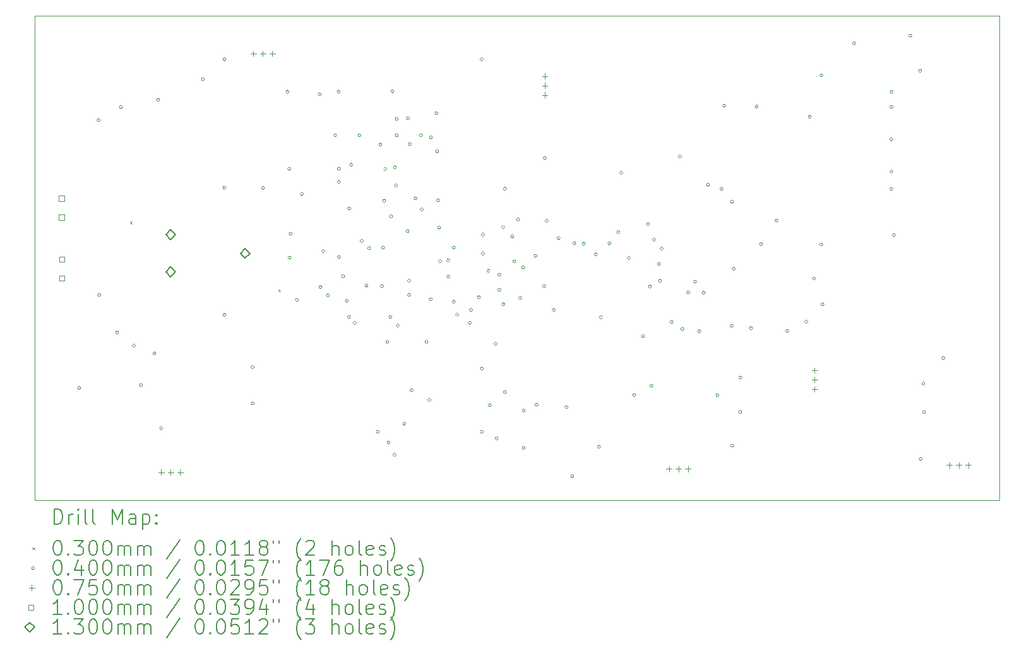
<source format=gbr>
%TF.GenerationSoftware,KiCad,Pcbnew,7.0.9*%
%TF.CreationDate,2024-02-13T17:02:38-03:00*%
%TF.ProjectId,pedido_casamento_smd,70656469-646f-45f6-9361-73616d656e74,rev?*%
%TF.SameCoordinates,Original*%
%TF.FileFunction,Drillmap*%
%TF.FilePolarity,Positive*%
%FSLAX45Y45*%
G04 Gerber Fmt 4.5, Leading zero omitted, Abs format (unit mm)*
G04 Created by KiCad (PCBNEW 7.0.9) date 2024-02-13 17:02:38*
%MOMM*%
%LPD*%
G01*
G04 APERTURE LIST*
%ADD10C,0.100000*%
%ADD11C,0.200000*%
%ADD12C,0.130000*%
G04 APERTURE END LIST*
D10*
X10147300Y-9624060D02*
X23078440Y-9624060D01*
X23078440Y-16128100D01*
X10147300Y-16128100D01*
X10147300Y-9624060D01*
D11*
D10*
X11420000Y-12385000D02*
X11450000Y-12415000D01*
X11450000Y-12385000D02*
X11420000Y-12415000D01*
X13410000Y-13295000D02*
X13440000Y-13325000D01*
X13440000Y-13295000D02*
X13410000Y-13325000D01*
X10761960Y-14617400D02*
G75*
G03*
X10761960Y-14617400I-20000J0D01*
G01*
X11020000Y-11025000D02*
G75*
G03*
X11020000Y-11025000I-20000J0D01*
G01*
X11030000Y-13370000D02*
G75*
G03*
X11030000Y-13370000I-20000J0D01*
G01*
X11270000Y-13875000D02*
G75*
G03*
X11270000Y-13875000I-20000J0D01*
G01*
X11320000Y-10850000D02*
G75*
G03*
X11320000Y-10850000I-20000J0D01*
G01*
X11495000Y-14050000D02*
G75*
G03*
X11495000Y-14050000I-20000J0D01*
G01*
X11590000Y-14580000D02*
G75*
G03*
X11590000Y-14580000I-20000J0D01*
G01*
X11770000Y-14155000D02*
G75*
G03*
X11770000Y-14155000I-20000J0D01*
G01*
X11820000Y-10750000D02*
G75*
G03*
X11820000Y-10750000I-20000J0D01*
G01*
X11860000Y-15160000D02*
G75*
G03*
X11860000Y-15160000I-20000J0D01*
G01*
X12420000Y-10475000D02*
G75*
G03*
X12420000Y-10475000I-20000J0D01*
G01*
X12707900Y-10205720D02*
G75*
G03*
X12707900Y-10205720I-20000J0D01*
G01*
X12707900Y-11930000D02*
G75*
G03*
X12707900Y-11930000I-20000J0D01*
G01*
X12708200Y-13637260D02*
G75*
G03*
X12708200Y-13637260I-20000J0D01*
G01*
X13086060Y-14338300D02*
G75*
G03*
X13086060Y-14338300I-20000J0D01*
G01*
X13086060Y-14825440D02*
G75*
G03*
X13086060Y-14825440I-20000J0D01*
G01*
X13228300Y-11932920D02*
G75*
G03*
X13228300Y-11932920I-20000J0D01*
G01*
X13553120Y-10640060D02*
G75*
G03*
X13553120Y-10640060I-20000J0D01*
G01*
X13577400Y-11678920D02*
G75*
G03*
X13577400Y-11678920I-20000J0D01*
G01*
X13584200Y-12870000D02*
G75*
G03*
X13584200Y-12870000I-20000J0D01*
G01*
X13595000Y-12550000D02*
G75*
G03*
X13595000Y-12550000I-20000J0D01*
G01*
X13680000Y-13435000D02*
G75*
G03*
X13680000Y-13435000I-20000J0D01*
G01*
X13748700Y-12016740D02*
G75*
G03*
X13748700Y-12016740I-20000J0D01*
G01*
X13985000Y-10675000D02*
G75*
G03*
X13985000Y-10675000I-20000J0D01*
G01*
X13995000Y-13265000D02*
G75*
G03*
X13995000Y-13265000I-20000J0D01*
G01*
X14035000Y-12780000D02*
G75*
G03*
X14035000Y-12780000I-20000J0D01*
G01*
X14095000Y-13375000D02*
G75*
G03*
X14095000Y-13375000I-20000J0D01*
G01*
X14195000Y-11227500D02*
G75*
G03*
X14195000Y-11227500I-20000J0D01*
G01*
X14238920Y-10640060D02*
G75*
G03*
X14238920Y-10640060I-20000J0D01*
G01*
X14243770Y-11676230D02*
G75*
G03*
X14243770Y-11676230I-20000J0D01*
G01*
X14243770Y-11851230D02*
G75*
G03*
X14243770Y-11851230I-20000J0D01*
G01*
X14245000Y-12860000D02*
G75*
G03*
X14245000Y-12860000I-20000J0D01*
G01*
X14298750Y-13120000D02*
G75*
G03*
X14298750Y-13120000I-20000J0D01*
G01*
X14350000Y-13447550D02*
G75*
G03*
X14350000Y-13447550I-20000J0D01*
G01*
X14377450Y-13665037D02*
G75*
G03*
X14377450Y-13665037I-20000J0D01*
G01*
X14383700Y-12209780D02*
G75*
G03*
X14383700Y-12209780I-20000J0D01*
G01*
X14407450Y-11622450D02*
G75*
G03*
X14407450Y-11622450I-20000J0D01*
G01*
X14457410Y-13746270D02*
G75*
G03*
X14457410Y-13746270I-20000J0D01*
G01*
X14520000Y-11227500D02*
G75*
G03*
X14520000Y-11227500I-20000J0D01*
G01*
X14549805Y-12645195D02*
G75*
G03*
X14549805Y-12645195I-20000J0D01*
G01*
X14615000Y-13245000D02*
G75*
G03*
X14615000Y-13245000I-20000J0D01*
G01*
X14647860Y-12743180D02*
G75*
G03*
X14647860Y-12743180I-20000J0D01*
G01*
X14765000Y-15206680D02*
G75*
G03*
X14765000Y-15206680I-20000J0D01*
G01*
X14800260Y-11351260D02*
G75*
G03*
X14800260Y-11351260I-20000J0D01*
G01*
X14822500Y-13250000D02*
G75*
G03*
X14822500Y-13250000I-20000J0D01*
G01*
X14835820Y-12735560D02*
G75*
G03*
X14835820Y-12735560I-20000J0D01*
G01*
X14850985Y-12105985D02*
G75*
G03*
X14850985Y-12105985I-20000J0D01*
G01*
X14865000Y-11680000D02*
G75*
G03*
X14865000Y-11680000I-20000J0D01*
G01*
X14895000Y-14000000D02*
G75*
G03*
X14895000Y-14000000I-20000J0D01*
G01*
X14910000Y-15350000D02*
G75*
G03*
X14910000Y-15350000I-20000J0D01*
G01*
X14935000Y-13665000D02*
G75*
G03*
X14935000Y-13665000I-20000J0D01*
G01*
X14942550Y-12315119D02*
G75*
G03*
X14942550Y-12315119I-20000J0D01*
G01*
X14962500Y-10637500D02*
G75*
G03*
X14962500Y-10637500I-20000J0D01*
G01*
X14990000Y-15515000D02*
G75*
G03*
X14990000Y-15515000I-20000J0D01*
G01*
X14996660Y-11656626D02*
G75*
G03*
X14996660Y-11656626I-20000J0D01*
G01*
X15009079Y-11900838D02*
G75*
G03*
X15009079Y-11900838I-20000J0D01*
G01*
X15020000Y-11007030D02*
G75*
G03*
X15020000Y-11007030I-20000J0D01*
G01*
X15020000Y-11227500D02*
G75*
G03*
X15020000Y-11227500I-20000J0D01*
G01*
X15035000Y-13780000D02*
G75*
G03*
X15035000Y-13780000I-20000J0D01*
G01*
X15120000Y-15100000D02*
G75*
G03*
X15120000Y-15100000I-20000J0D01*
G01*
X15165000Y-12515000D02*
G75*
G03*
X15165000Y-12515000I-20000J0D01*
G01*
X15170000Y-11000000D02*
G75*
G03*
X15170000Y-11000000I-20000J0D01*
G01*
X15185000Y-13180000D02*
G75*
G03*
X15185000Y-13180000I-20000J0D01*
G01*
X15185000Y-13370000D02*
G75*
G03*
X15185000Y-13370000I-20000J0D01*
G01*
X15195000Y-11345000D02*
G75*
G03*
X15195000Y-11345000I-20000J0D01*
G01*
X15220000Y-14650000D02*
G75*
G03*
X15220000Y-14650000I-20000J0D01*
G01*
X15270000Y-12075000D02*
G75*
G03*
X15270000Y-12075000I-20000J0D01*
G01*
X15345000Y-11225000D02*
G75*
G03*
X15345000Y-11225000I-20000J0D01*
G01*
X15353980Y-12222040D02*
G75*
G03*
X15353980Y-12222040I-20000J0D01*
G01*
X15420000Y-14000000D02*
G75*
G03*
X15420000Y-14000000I-20000J0D01*
G01*
X15455880Y-14778440D02*
G75*
G03*
X15455880Y-14778440I-20000J0D01*
G01*
X15475000Y-13429030D02*
G75*
G03*
X15475000Y-13429030I-20000J0D01*
G01*
X15478770Y-11256230D02*
G75*
G03*
X15478770Y-11256230I-20000J0D01*
G01*
X15551800Y-10929620D02*
G75*
G03*
X15551800Y-10929620I-20000J0D01*
G01*
X15562535Y-11442465D02*
G75*
G03*
X15562535Y-11442465I-20000J0D01*
G01*
X15572420Y-12100560D02*
G75*
G03*
X15572420Y-12100560I-20000J0D01*
G01*
X15588344Y-12466609D02*
G75*
G03*
X15588344Y-12466609I-20000J0D01*
G01*
X15600000Y-12917550D02*
G75*
G03*
X15600000Y-12917550I-20000J0D01*
G01*
X15710000Y-13122550D02*
G75*
G03*
X15710000Y-13122550I-20000J0D01*
G01*
X15710050Y-12905000D02*
G75*
G03*
X15710050Y-12905000I-20000J0D01*
G01*
X15785000Y-12733790D02*
G75*
G03*
X15785000Y-12733790I-20000J0D01*
G01*
X15785000Y-13460000D02*
G75*
G03*
X15785000Y-13460000I-20000J0D01*
G01*
X15830000Y-13635000D02*
G75*
G03*
X15830000Y-13635000I-20000J0D01*
G01*
X16000000Y-13745000D02*
G75*
G03*
X16000000Y-13745000I-20000J0D01*
G01*
X16015000Y-13570000D02*
G75*
G03*
X16015000Y-13570000I-20000J0D01*
G01*
X16120000Y-13400000D02*
G75*
G03*
X16120000Y-13400000I-20000J0D01*
G01*
X16159460Y-10208260D02*
G75*
G03*
X16159460Y-10208260I-20000J0D01*
G01*
X16162000Y-14358320D02*
G75*
G03*
X16162000Y-14358320I-20000J0D01*
G01*
X16162000Y-15206680D02*
G75*
G03*
X16162000Y-15206680I-20000J0D01*
G01*
X16175000Y-12560000D02*
G75*
G03*
X16175000Y-12560000I-20000J0D01*
G01*
X16175000Y-12815000D02*
G75*
G03*
X16175000Y-12815000I-20000J0D01*
G01*
X16250000Y-13045000D02*
G75*
G03*
X16250000Y-13045000I-20000J0D01*
G01*
X16267500Y-14850000D02*
G75*
G03*
X16267500Y-14850000I-20000J0D01*
G01*
X16345000Y-14025000D02*
G75*
G03*
X16345000Y-14025000I-20000J0D01*
G01*
X16360000Y-15295000D02*
G75*
G03*
X16360000Y-15295000I-20000J0D01*
G01*
X16395000Y-13097500D02*
G75*
G03*
X16395000Y-13097500I-20000J0D01*
G01*
X16395000Y-13302500D02*
G75*
G03*
X16395000Y-13302500I-20000J0D01*
G01*
X16445000Y-12460000D02*
G75*
G03*
X16445000Y-12460000I-20000J0D01*
G01*
X16451360Y-13493640D02*
G75*
G03*
X16451360Y-13493640I-20000J0D01*
G01*
X16470000Y-11945000D02*
G75*
G03*
X16470000Y-11945000I-20000J0D01*
G01*
X16470000Y-14675000D02*
G75*
G03*
X16470000Y-14675000I-20000J0D01*
G01*
X16570000Y-12585000D02*
G75*
G03*
X16570000Y-12585000I-20000J0D01*
G01*
X16595000Y-12920000D02*
G75*
G03*
X16595000Y-12920000I-20000J0D01*
G01*
X16647370Y-12357630D02*
G75*
G03*
X16647370Y-12357630I-20000J0D01*
G01*
X16673450Y-13410000D02*
G75*
G03*
X16673450Y-13410000I-20000J0D01*
G01*
X16715000Y-13000000D02*
G75*
G03*
X16715000Y-13000000I-20000J0D01*
G01*
X16720800Y-14923240D02*
G75*
G03*
X16720800Y-14923240I-20000J0D01*
G01*
X16720800Y-15422280D02*
G75*
G03*
X16720800Y-15422280I-20000J0D01*
G01*
X16880000Y-12845000D02*
G75*
G03*
X16880000Y-12845000I-20000J0D01*
G01*
X16895000Y-14845000D02*
G75*
G03*
X16895000Y-14845000I-20000J0D01*
G01*
X16995000Y-13250000D02*
G75*
G03*
X16995000Y-13250000I-20000J0D01*
G01*
X17005000Y-11530000D02*
G75*
G03*
X17005000Y-11530000I-20000J0D01*
G01*
X17031590Y-12375000D02*
G75*
G03*
X17031590Y-12375000I-20000J0D01*
G01*
X17125000Y-13570000D02*
G75*
G03*
X17125000Y-13570000I-20000J0D01*
G01*
X17190040Y-12610040D02*
G75*
G03*
X17190040Y-12610040I-20000J0D01*
G01*
X17294840Y-14874240D02*
G75*
G03*
X17294840Y-14874240I-20000J0D01*
G01*
X17375000Y-15802550D02*
G75*
G03*
X17375000Y-15802550I-20000J0D01*
G01*
X17400000Y-12675000D02*
G75*
G03*
X17400000Y-12675000I-20000J0D01*
G01*
X17525000Y-12680000D02*
G75*
G03*
X17525000Y-12680000I-20000J0D01*
G01*
X17690000Y-12825000D02*
G75*
G03*
X17690000Y-12825000I-20000J0D01*
G01*
X17732320Y-15407400D02*
G75*
G03*
X17732320Y-15407400I-20000J0D01*
G01*
X17757720Y-13670040D02*
G75*
G03*
X17757720Y-13670040I-20000J0D01*
G01*
X17870000Y-12677550D02*
G75*
G03*
X17870000Y-12677550I-20000J0D01*
G01*
X17990000Y-12526530D02*
G75*
G03*
X17990000Y-12526530I-20000J0D01*
G01*
X18030000Y-11730000D02*
G75*
G03*
X18030000Y-11730000I-20000J0D01*
G01*
X18133730Y-12873730D02*
G75*
G03*
X18133730Y-12873730I-20000J0D01*
G01*
X18204160Y-14714220D02*
G75*
G03*
X18204160Y-14714220I-20000J0D01*
G01*
X18322940Y-13921740D02*
G75*
G03*
X18322940Y-13921740I-20000J0D01*
G01*
X18390000Y-12420000D02*
G75*
G03*
X18390000Y-12420000I-20000J0D01*
G01*
X18415000Y-13255575D02*
G75*
G03*
X18415000Y-13255575I-20000J0D01*
G01*
X18435000Y-14590000D02*
G75*
G03*
X18435000Y-14590000I-20000J0D01*
G01*
X18468730Y-12628730D02*
G75*
G03*
X18468730Y-12628730I-20000J0D01*
G01*
X18535000Y-12955000D02*
G75*
G03*
X18535000Y-12955000I-20000J0D01*
G01*
X18550000Y-13180000D02*
G75*
G03*
X18550000Y-13180000I-20000J0D01*
G01*
X18571270Y-12746270D02*
G75*
G03*
X18571270Y-12746270I-20000J0D01*
G01*
X18705000Y-13735000D02*
G75*
G03*
X18705000Y-13735000I-20000J0D01*
G01*
X18816600Y-11511280D02*
G75*
G03*
X18816600Y-11511280I-20000J0D01*
G01*
X18850000Y-13825000D02*
G75*
G03*
X18850000Y-13825000I-20000J0D01*
G01*
X18930000Y-13335000D02*
G75*
G03*
X18930000Y-13335000I-20000J0D01*
G01*
X19020000Y-13190575D02*
G75*
G03*
X19020000Y-13190575I-20000J0D01*
G01*
X19077920Y-13857940D02*
G75*
G03*
X19077920Y-13857940I-20000J0D01*
G01*
X19135000Y-13340000D02*
G75*
G03*
X19135000Y-13340000I-20000J0D01*
G01*
X19195000Y-11890000D02*
G75*
G03*
X19195000Y-11890000I-20000J0D01*
G01*
X19320000Y-14715000D02*
G75*
G03*
X19320000Y-14715000I-20000J0D01*
G01*
X19375000Y-11945000D02*
G75*
G03*
X19375000Y-11945000I-20000J0D01*
G01*
X19410660Y-10830260D02*
G75*
G03*
X19410660Y-10830260I-20000J0D01*
G01*
X19512450Y-13786250D02*
G75*
G03*
X19512450Y-13786250I-20000J0D01*
G01*
X19515000Y-12120000D02*
G75*
G03*
X19515000Y-12120000I-20000J0D01*
G01*
X19517620Y-15392380D02*
G75*
G03*
X19517620Y-15392380I-20000J0D01*
G01*
X19540625Y-13020625D02*
G75*
G03*
X19540625Y-13020625I-20000J0D01*
G01*
X19625000Y-14940000D02*
G75*
G03*
X19625000Y-14940000I-20000J0D01*
G01*
X19630000Y-14480000D02*
G75*
G03*
X19630000Y-14480000I-20000J0D01*
G01*
X19770000Y-13815000D02*
G75*
G03*
X19770000Y-13815000I-20000J0D01*
G01*
X19845000Y-10840000D02*
G75*
G03*
X19845000Y-10840000I-20000J0D01*
G01*
X19905000Y-12690000D02*
G75*
G03*
X19905000Y-12690000I-20000J0D01*
G01*
X20113340Y-12369800D02*
G75*
G03*
X20113340Y-12369800I-20000J0D01*
G01*
X20256480Y-13852620D02*
G75*
G03*
X20256480Y-13852620I-20000J0D01*
G01*
X20510000Y-13730000D02*
G75*
G03*
X20510000Y-13730000I-20000J0D01*
G01*
X20556250Y-10978750D02*
G75*
G03*
X20556250Y-10978750I-20000J0D01*
G01*
X20615000Y-13147450D02*
G75*
G03*
X20615000Y-13147450I-20000J0D01*
G01*
X20713380Y-10423560D02*
G75*
G03*
X20713380Y-10423560I-20000J0D01*
G01*
X20713380Y-12692080D02*
G75*
G03*
X20713380Y-12692080I-20000J0D01*
G01*
X20730000Y-13495000D02*
G75*
G03*
X20730000Y-13495000I-20000J0D01*
G01*
X21150260Y-9991760D02*
G75*
G03*
X21150260Y-9991760I-20000J0D01*
G01*
X21650000Y-11280000D02*
G75*
G03*
X21650000Y-11280000I-20000J0D01*
G01*
X21652500Y-11715000D02*
G75*
G03*
X21652500Y-11715000I-20000J0D01*
G01*
X21655000Y-10645000D02*
G75*
G03*
X21655000Y-10645000I-20000J0D01*
G01*
X21655000Y-10845000D02*
G75*
G03*
X21655000Y-10845000I-20000J0D01*
G01*
X21655000Y-11945000D02*
G75*
G03*
X21655000Y-11945000I-20000J0D01*
G01*
X21685000Y-12565000D02*
G75*
G03*
X21685000Y-12565000I-20000J0D01*
G01*
X21905960Y-9890460D02*
G75*
G03*
X21905960Y-9890460I-20000J0D01*
G01*
X22038960Y-10360360D02*
G75*
G03*
X22038960Y-10360360I-20000J0D01*
G01*
X22045240Y-15572740D02*
G75*
G03*
X22045240Y-15572740I-20000J0D01*
G01*
X22083340Y-14559280D02*
G75*
G03*
X22083340Y-14559280I-20000J0D01*
G01*
X22090960Y-14942820D02*
G75*
G03*
X22090960Y-14942820I-20000J0D01*
G01*
X22349740Y-14216380D02*
G75*
G03*
X22349740Y-14216380I-20000J0D01*
G01*
X11841000Y-15712500D02*
X11841000Y-15787500D01*
X11803500Y-15750000D02*
X11878500Y-15750000D01*
X11968000Y-15712500D02*
X11968000Y-15787500D01*
X11930500Y-15750000D02*
X12005500Y-15750000D01*
X12095000Y-15712500D02*
X12095000Y-15787500D01*
X12057500Y-15750000D02*
X12132500Y-15750000D01*
X13078000Y-10093500D02*
X13078000Y-10168500D01*
X13040500Y-10131000D02*
X13115500Y-10131000D01*
X13205000Y-10093500D02*
X13205000Y-10168500D01*
X13167500Y-10131000D02*
X13242500Y-10131000D01*
X13332000Y-10093500D02*
X13332000Y-10168500D01*
X13294500Y-10131000D02*
X13369500Y-10131000D01*
X16985000Y-10397500D02*
X16985000Y-10472500D01*
X16947500Y-10435000D02*
X17022500Y-10435000D01*
X16985000Y-10524500D02*
X16985000Y-10599500D01*
X16947500Y-10562000D02*
X17022500Y-10562000D01*
X16985000Y-10651500D02*
X16985000Y-10726500D01*
X16947500Y-10689000D02*
X17022500Y-10689000D01*
X18650000Y-15667500D02*
X18650000Y-15742500D01*
X18612500Y-15705000D02*
X18687500Y-15705000D01*
X18777000Y-15667500D02*
X18777000Y-15742500D01*
X18739500Y-15705000D02*
X18814500Y-15705000D01*
X18904000Y-15667500D02*
X18904000Y-15742500D01*
X18866500Y-15705000D02*
X18941500Y-15705000D01*
X20605000Y-14343500D02*
X20605000Y-14418500D01*
X20567500Y-14381000D02*
X20642500Y-14381000D01*
X20605000Y-14470500D02*
X20605000Y-14545500D01*
X20567500Y-14508000D02*
X20642500Y-14508000D01*
X20605000Y-14597500D02*
X20605000Y-14672500D01*
X20567500Y-14635000D02*
X20642500Y-14635000D01*
X22410000Y-15617500D02*
X22410000Y-15692500D01*
X22372500Y-15655000D02*
X22447500Y-15655000D01*
X22537000Y-15617500D02*
X22537000Y-15692500D01*
X22499500Y-15655000D02*
X22574500Y-15655000D01*
X22664000Y-15617500D02*
X22664000Y-15692500D01*
X22626500Y-15655000D02*
X22701500Y-15655000D01*
X10538256Y-12107976D02*
X10538256Y-12037264D01*
X10467544Y-12037264D01*
X10467544Y-12107976D01*
X10538256Y-12107976D01*
X10538256Y-12361976D02*
X10538256Y-12291264D01*
X10467544Y-12291264D01*
X10467544Y-12361976D01*
X10538256Y-12361976D01*
X10545876Y-12928396D02*
X10545876Y-12857684D01*
X10475164Y-12857684D01*
X10475164Y-12928396D01*
X10545876Y-12928396D01*
X10545876Y-13182396D02*
X10545876Y-13111684D01*
X10475164Y-13111684D01*
X10475164Y-13182396D01*
X10545876Y-13182396D01*
D12*
X11966320Y-12626800D02*
X12031320Y-12561800D01*
X11966320Y-12496800D01*
X11901320Y-12561800D01*
X11966320Y-12626800D01*
X11966320Y-13126800D02*
X12031320Y-13061800D01*
X11966320Y-12996800D01*
X11901320Y-13061800D01*
X11966320Y-13126800D01*
X12966320Y-12876800D02*
X13031320Y-12811800D01*
X12966320Y-12746800D01*
X12901320Y-12811800D01*
X12966320Y-12876800D01*
D11*
X10403077Y-16444584D02*
X10403077Y-16244584D01*
X10403077Y-16244584D02*
X10450696Y-16244584D01*
X10450696Y-16244584D02*
X10479267Y-16254108D01*
X10479267Y-16254108D02*
X10498315Y-16273155D01*
X10498315Y-16273155D02*
X10507839Y-16292203D01*
X10507839Y-16292203D02*
X10517363Y-16330298D01*
X10517363Y-16330298D02*
X10517363Y-16358869D01*
X10517363Y-16358869D02*
X10507839Y-16396965D01*
X10507839Y-16396965D02*
X10498315Y-16416012D01*
X10498315Y-16416012D02*
X10479267Y-16435060D01*
X10479267Y-16435060D02*
X10450696Y-16444584D01*
X10450696Y-16444584D02*
X10403077Y-16444584D01*
X10603077Y-16444584D02*
X10603077Y-16311250D01*
X10603077Y-16349346D02*
X10612601Y-16330298D01*
X10612601Y-16330298D02*
X10622124Y-16320774D01*
X10622124Y-16320774D02*
X10641172Y-16311250D01*
X10641172Y-16311250D02*
X10660220Y-16311250D01*
X10726886Y-16444584D02*
X10726886Y-16311250D01*
X10726886Y-16244584D02*
X10717363Y-16254108D01*
X10717363Y-16254108D02*
X10726886Y-16263631D01*
X10726886Y-16263631D02*
X10736410Y-16254108D01*
X10736410Y-16254108D02*
X10726886Y-16244584D01*
X10726886Y-16244584D02*
X10726886Y-16263631D01*
X10850696Y-16444584D02*
X10831648Y-16435060D01*
X10831648Y-16435060D02*
X10822124Y-16416012D01*
X10822124Y-16416012D02*
X10822124Y-16244584D01*
X10955458Y-16444584D02*
X10936410Y-16435060D01*
X10936410Y-16435060D02*
X10926886Y-16416012D01*
X10926886Y-16416012D02*
X10926886Y-16244584D01*
X11184029Y-16444584D02*
X11184029Y-16244584D01*
X11184029Y-16244584D02*
X11250696Y-16387441D01*
X11250696Y-16387441D02*
X11317362Y-16244584D01*
X11317362Y-16244584D02*
X11317362Y-16444584D01*
X11498315Y-16444584D02*
X11498315Y-16339822D01*
X11498315Y-16339822D02*
X11488791Y-16320774D01*
X11488791Y-16320774D02*
X11469743Y-16311250D01*
X11469743Y-16311250D02*
X11431648Y-16311250D01*
X11431648Y-16311250D02*
X11412601Y-16320774D01*
X11498315Y-16435060D02*
X11479267Y-16444584D01*
X11479267Y-16444584D02*
X11431648Y-16444584D01*
X11431648Y-16444584D02*
X11412601Y-16435060D01*
X11412601Y-16435060D02*
X11403077Y-16416012D01*
X11403077Y-16416012D02*
X11403077Y-16396965D01*
X11403077Y-16396965D02*
X11412601Y-16377917D01*
X11412601Y-16377917D02*
X11431648Y-16368393D01*
X11431648Y-16368393D02*
X11479267Y-16368393D01*
X11479267Y-16368393D02*
X11498315Y-16358869D01*
X11593553Y-16311250D02*
X11593553Y-16511250D01*
X11593553Y-16320774D02*
X11612601Y-16311250D01*
X11612601Y-16311250D02*
X11650696Y-16311250D01*
X11650696Y-16311250D02*
X11669743Y-16320774D01*
X11669743Y-16320774D02*
X11679267Y-16330298D01*
X11679267Y-16330298D02*
X11688791Y-16349346D01*
X11688791Y-16349346D02*
X11688791Y-16406488D01*
X11688791Y-16406488D02*
X11679267Y-16425536D01*
X11679267Y-16425536D02*
X11669743Y-16435060D01*
X11669743Y-16435060D02*
X11650696Y-16444584D01*
X11650696Y-16444584D02*
X11612601Y-16444584D01*
X11612601Y-16444584D02*
X11593553Y-16435060D01*
X11774505Y-16425536D02*
X11784029Y-16435060D01*
X11784029Y-16435060D02*
X11774505Y-16444584D01*
X11774505Y-16444584D02*
X11764982Y-16435060D01*
X11764982Y-16435060D02*
X11774505Y-16425536D01*
X11774505Y-16425536D02*
X11774505Y-16444584D01*
X11774505Y-16320774D02*
X11784029Y-16330298D01*
X11784029Y-16330298D02*
X11774505Y-16339822D01*
X11774505Y-16339822D02*
X11764982Y-16330298D01*
X11764982Y-16330298D02*
X11774505Y-16320774D01*
X11774505Y-16320774D02*
X11774505Y-16339822D01*
D10*
X10112300Y-16758100D02*
X10142300Y-16788100D01*
X10142300Y-16758100D02*
X10112300Y-16788100D01*
D11*
X10441172Y-16664584D02*
X10460220Y-16664584D01*
X10460220Y-16664584D02*
X10479267Y-16674108D01*
X10479267Y-16674108D02*
X10488791Y-16683631D01*
X10488791Y-16683631D02*
X10498315Y-16702679D01*
X10498315Y-16702679D02*
X10507839Y-16740774D01*
X10507839Y-16740774D02*
X10507839Y-16788393D01*
X10507839Y-16788393D02*
X10498315Y-16826489D01*
X10498315Y-16826489D02*
X10488791Y-16845536D01*
X10488791Y-16845536D02*
X10479267Y-16855060D01*
X10479267Y-16855060D02*
X10460220Y-16864584D01*
X10460220Y-16864584D02*
X10441172Y-16864584D01*
X10441172Y-16864584D02*
X10422124Y-16855060D01*
X10422124Y-16855060D02*
X10412601Y-16845536D01*
X10412601Y-16845536D02*
X10403077Y-16826489D01*
X10403077Y-16826489D02*
X10393553Y-16788393D01*
X10393553Y-16788393D02*
X10393553Y-16740774D01*
X10393553Y-16740774D02*
X10403077Y-16702679D01*
X10403077Y-16702679D02*
X10412601Y-16683631D01*
X10412601Y-16683631D02*
X10422124Y-16674108D01*
X10422124Y-16674108D02*
X10441172Y-16664584D01*
X10593553Y-16845536D02*
X10603077Y-16855060D01*
X10603077Y-16855060D02*
X10593553Y-16864584D01*
X10593553Y-16864584D02*
X10584029Y-16855060D01*
X10584029Y-16855060D02*
X10593553Y-16845536D01*
X10593553Y-16845536D02*
X10593553Y-16864584D01*
X10669744Y-16664584D02*
X10793553Y-16664584D01*
X10793553Y-16664584D02*
X10726886Y-16740774D01*
X10726886Y-16740774D02*
X10755458Y-16740774D01*
X10755458Y-16740774D02*
X10774505Y-16750298D01*
X10774505Y-16750298D02*
X10784029Y-16759822D01*
X10784029Y-16759822D02*
X10793553Y-16778870D01*
X10793553Y-16778870D02*
X10793553Y-16826489D01*
X10793553Y-16826489D02*
X10784029Y-16845536D01*
X10784029Y-16845536D02*
X10774505Y-16855060D01*
X10774505Y-16855060D02*
X10755458Y-16864584D01*
X10755458Y-16864584D02*
X10698315Y-16864584D01*
X10698315Y-16864584D02*
X10679267Y-16855060D01*
X10679267Y-16855060D02*
X10669744Y-16845536D01*
X10917363Y-16664584D02*
X10936410Y-16664584D01*
X10936410Y-16664584D02*
X10955458Y-16674108D01*
X10955458Y-16674108D02*
X10964982Y-16683631D01*
X10964982Y-16683631D02*
X10974505Y-16702679D01*
X10974505Y-16702679D02*
X10984029Y-16740774D01*
X10984029Y-16740774D02*
X10984029Y-16788393D01*
X10984029Y-16788393D02*
X10974505Y-16826489D01*
X10974505Y-16826489D02*
X10964982Y-16845536D01*
X10964982Y-16845536D02*
X10955458Y-16855060D01*
X10955458Y-16855060D02*
X10936410Y-16864584D01*
X10936410Y-16864584D02*
X10917363Y-16864584D01*
X10917363Y-16864584D02*
X10898315Y-16855060D01*
X10898315Y-16855060D02*
X10888791Y-16845536D01*
X10888791Y-16845536D02*
X10879267Y-16826489D01*
X10879267Y-16826489D02*
X10869744Y-16788393D01*
X10869744Y-16788393D02*
X10869744Y-16740774D01*
X10869744Y-16740774D02*
X10879267Y-16702679D01*
X10879267Y-16702679D02*
X10888791Y-16683631D01*
X10888791Y-16683631D02*
X10898315Y-16674108D01*
X10898315Y-16674108D02*
X10917363Y-16664584D01*
X11107839Y-16664584D02*
X11126886Y-16664584D01*
X11126886Y-16664584D02*
X11145934Y-16674108D01*
X11145934Y-16674108D02*
X11155458Y-16683631D01*
X11155458Y-16683631D02*
X11164982Y-16702679D01*
X11164982Y-16702679D02*
X11174505Y-16740774D01*
X11174505Y-16740774D02*
X11174505Y-16788393D01*
X11174505Y-16788393D02*
X11164982Y-16826489D01*
X11164982Y-16826489D02*
X11155458Y-16845536D01*
X11155458Y-16845536D02*
X11145934Y-16855060D01*
X11145934Y-16855060D02*
X11126886Y-16864584D01*
X11126886Y-16864584D02*
X11107839Y-16864584D01*
X11107839Y-16864584D02*
X11088791Y-16855060D01*
X11088791Y-16855060D02*
X11079267Y-16845536D01*
X11079267Y-16845536D02*
X11069744Y-16826489D01*
X11069744Y-16826489D02*
X11060220Y-16788393D01*
X11060220Y-16788393D02*
X11060220Y-16740774D01*
X11060220Y-16740774D02*
X11069744Y-16702679D01*
X11069744Y-16702679D02*
X11079267Y-16683631D01*
X11079267Y-16683631D02*
X11088791Y-16674108D01*
X11088791Y-16674108D02*
X11107839Y-16664584D01*
X11260220Y-16864584D02*
X11260220Y-16731250D01*
X11260220Y-16750298D02*
X11269743Y-16740774D01*
X11269743Y-16740774D02*
X11288791Y-16731250D01*
X11288791Y-16731250D02*
X11317363Y-16731250D01*
X11317363Y-16731250D02*
X11336410Y-16740774D01*
X11336410Y-16740774D02*
X11345934Y-16759822D01*
X11345934Y-16759822D02*
X11345934Y-16864584D01*
X11345934Y-16759822D02*
X11355458Y-16740774D01*
X11355458Y-16740774D02*
X11374505Y-16731250D01*
X11374505Y-16731250D02*
X11403077Y-16731250D01*
X11403077Y-16731250D02*
X11422124Y-16740774D01*
X11422124Y-16740774D02*
X11431648Y-16759822D01*
X11431648Y-16759822D02*
X11431648Y-16864584D01*
X11526886Y-16864584D02*
X11526886Y-16731250D01*
X11526886Y-16750298D02*
X11536410Y-16740774D01*
X11536410Y-16740774D02*
X11555458Y-16731250D01*
X11555458Y-16731250D02*
X11584029Y-16731250D01*
X11584029Y-16731250D02*
X11603077Y-16740774D01*
X11603077Y-16740774D02*
X11612601Y-16759822D01*
X11612601Y-16759822D02*
X11612601Y-16864584D01*
X11612601Y-16759822D02*
X11622124Y-16740774D01*
X11622124Y-16740774D02*
X11641172Y-16731250D01*
X11641172Y-16731250D02*
X11669743Y-16731250D01*
X11669743Y-16731250D02*
X11688791Y-16740774D01*
X11688791Y-16740774D02*
X11698315Y-16759822D01*
X11698315Y-16759822D02*
X11698315Y-16864584D01*
X12088791Y-16655060D02*
X11917363Y-16912203D01*
X12345934Y-16664584D02*
X12364982Y-16664584D01*
X12364982Y-16664584D02*
X12384029Y-16674108D01*
X12384029Y-16674108D02*
X12393553Y-16683631D01*
X12393553Y-16683631D02*
X12403077Y-16702679D01*
X12403077Y-16702679D02*
X12412601Y-16740774D01*
X12412601Y-16740774D02*
X12412601Y-16788393D01*
X12412601Y-16788393D02*
X12403077Y-16826489D01*
X12403077Y-16826489D02*
X12393553Y-16845536D01*
X12393553Y-16845536D02*
X12384029Y-16855060D01*
X12384029Y-16855060D02*
X12364982Y-16864584D01*
X12364982Y-16864584D02*
X12345934Y-16864584D01*
X12345934Y-16864584D02*
X12326886Y-16855060D01*
X12326886Y-16855060D02*
X12317363Y-16845536D01*
X12317363Y-16845536D02*
X12307839Y-16826489D01*
X12307839Y-16826489D02*
X12298315Y-16788393D01*
X12298315Y-16788393D02*
X12298315Y-16740774D01*
X12298315Y-16740774D02*
X12307839Y-16702679D01*
X12307839Y-16702679D02*
X12317363Y-16683631D01*
X12317363Y-16683631D02*
X12326886Y-16674108D01*
X12326886Y-16674108D02*
X12345934Y-16664584D01*
X12498315Y-16845536D02*
X12507839Y-16855060D01*
X12507839Y-16855060D02*
X12498315Y-16864584D01*
X12498315Y-16864584D02*
X12488791Y-16855060D01*
X12488791Y-16855060D02*
X12498315Y-16845536D01*
X12498315Y-16845536D02*
X12498315Y-16864584D01*
X12631648Y-16664584D02*
X12650696Y-16664584D01*
X12650696Y-16664584D02*
X12669744Y-16674108D01*
X12669744Y-16674108D02*
X12679267Y-16683631D01*
X12679267Y-16683631D02*
X12688791Y-16702679D01*
X12688791Y-16702679D02*
X12698315Y-16740774D01*
X12698315Y-16740774D02*
X12698315Y-16788393D01*
X12698315Y-16788393D02*
X12688791Y-16826489D01*
X12688791Y-16826489D02*
X12679267Y-16845536D01*
X12679267Y-16845536D02*
X12669744Y-16855060D01*
X12669744Y-16855060D02*
X12650696Y-16864584D01*
X12650696Y-16864584D02*
X12631648Y-16864584D01*
X12631648Y-16864584D02*
X12612601Y-16855060D01*
X12612601Y-16855060D02*
X12603077Y-16845536D01*
X12603077Y-16845536D02*
X12593553Y-16826489D01*
X12593553Y-16826489D02*
X12584029Y-16788393D01*
X12584029Y-16788393D02*
X12584029Y-16740774D01*
X12584029Y-16740774D02*
X12593553Y-16702679D01*
X12593553Y-16702679D02*
X12603077Y-16683631D01*
X12603077Y-16683631D02*
X12612601Y-16674108D01*
X12612601Y-16674108D02*
X12631648Y-16664584D01*
X12888791Y-16864584D02*
X12774506Y-16864584D01*
X12831648Y-16864584D02*
X12831648Y-16664584D01*
X12831648Y-16664584D02*
X12812601Y-16693155D01*
X12812601Y-16693155D02*
X12793553Y-16712203D01*
X12793553Y-16712203D02*
X12774506Y-16721727D01*
X13079267Y-16864584D02*
X12964982Y-16864584D01*
X13022125Y-16864584D02*
X13022125Y-16664584D01*
X13022125Y-16664584D02*
X13003077Y-16693155D01*
X13003077Y-16693155D02*
X12984029Y-16712203D01*
X12984029Y-16712203D02*
X12964982Y-16721727D01*
X13193553Y-16750298D02*
X13174506Y-16740774D01*
X13174506Y-16740774D02*
X13164982Y-16731250D01*
X13164982Y-16731250D02*
X13155458Y-16712203D01*
X13155458Y-16712203D02*
X13155458Y-16702679D01*
X13155458Y-16702679D02*
X13164982Y-16683631D01*
X13164982Y-16683631D02*
X13174506Y-16674108D01*
X13174506Y-16674108D02*
X13193553Y-16664584D01*
X13193553Y-16664584D02*
X13231648Y-16664584D01*
X13231648Y-16664584D02*
X13250696Y-16674108D01*
X13250696Y-16674108D02*
X13260220Y-16683631D01*
X13260220Y-16683631D02*
X13269744Y-16702679D01*
X13269744Y-16702679D02*
X13269744Y-16712203D01*
X13269744Y-16712203D02*
X13260220Y-16731250D01*
X13260220Y-16731250D02*
X13250696Y-16740774D01*
X13250696Y-16740774D02*
X13231648Y-16750298D01*
X13231648Y-16750298D02*
X13193553Y-16750298D01*
X13193553Y-16750298D02*
X13174506Y-16759822D01*
X13174506Y-16759822D02*
X13164982Y-16769346D01*
X13164982Y-16769346D02*
X13155458Y-16788393D01*
X13155458Y-16788393D02*
X13155458Y-16826489D01*
X13155458Y-16826489D02*
X13164982Y-16845536D01*
X13164982Y-16845536D02*
X13174506Y-16855060D01*
X13174506Y-16855060D02*
X13193553Y-16864584D01*
X13193553Y-16864584D02*
X13231648Y-16864584D01*
X13231648Y-16864584D02*
X13250696Y-16855060D01*
X13250696Y-16855060D02*
X13260220Y-16845536D01*
X13260220Y-16845536D02*
X13269744Y-16826489D01*
X13269744Y-16826489D02*
X13269744Y-16788393D01*
X13269744Y-16788393D02*
X13260220Y-16769346D01*
X13260220Y-16769346D02*
X13250696Y-16759822D01*
X13250696Y-16759822D02*
X13231648Y-16750298D01*
X13345934Y-16664584D02*
X13345934Y-16702679D01*
X13422125Y-16664584D02*
X13422125Y-16702679D01*
X13717363Y-16940774D02*
X13707839Y-16931250D01*
X13707839Y-16931250D02*
X13688791Y-16902679D01*
X13688791Y-16902679D02*
X13679268Y-16883631D01*
X13679268Y-16883631D02*
X13669744Y-16855060D01*
X13669744Y-16855060D02*
X13660220Y-16807441D01*
X13660220Y-16807441D02*
X13660220Y-16769346D01*
X13660220Y-16769346D02*
X13669744Y-16721727D01*
X13669744Y-16721727D02*
X13679268Y-16693155D01*
X13679268Y-16693155D02*
X13688791Y-16674108D01*
X13688791Y-16674108D02*
X13707839Y-16645536D01*
X13707839Y-16645536D02*
X13717363Y-16636012D01*
X13784029Y-16683631D02*
X13793553Y-16674108D01*
X13793553Y-16674108D02*
X13812601Y-16664584D01*
X13812601Y-16664584D02*
X13860220Y-16664584D01*
X13860220Y-16664584D02*
X13879268Y-16674108D01*
X13879268Y-16674108D02*
X13888791Y-16683631D01*
X13888791Y-16683631D02*
X13898315Y-16702679D01*
X13898315Y-16702679D02*
X13898315Y-16721727D01*
X13898315Y-16721727D02*
X13888791Y-16750298D01*
X13888791Y-16750298D02*
X13774506Y-16864584D01*
X13774506Y-16864584D02*
X13898315Y-16864584D01*
X14136410Y-16864584D02*
X14136410Y-16664584D01*
X14222125Y-16864584D02*
X14222125Y-16759822D01*
X14222125Y-16759822D02*
X14212601Y-16740774D01*
X14212601Y-16740774D02*
X14193553Y-16731250D01*
X14193553Y-16731250D02*
X14164982Y-16731250D01*
X14164982Y-16731250D02*
X14145934Y-16740774D01*
X14145934Y-16740774D02*
X14136410Y-16750298D01*
X14345934Y-16864584D02*
X14326887Y-16855060D01*
X14326887Y-16855060D02*
X14317363Y-16845536D01*
X14317363Y-16845536D02*
X14307839Y-16826489D01*
X14307839Y-16826489D02*
X14307839Y-16769346D01*
X14307839Y-16769346D02*
X14317363Y-16750298D01*
X14317363Y-16750298D02*
X14326887Y-16740774D01*
X14326887Y-16740774D02*
X14345934Y-16731250D01*
X14345934Y-16731250D02*
X14374506Y-16731250D01*
X14374506Y-16731250D02*
X14393553Y-16740774D01*
X14393553Y-16740774D02*
X14403077Y-16750298D01*
X14403077Y-16750298D02*
X14412601Y-16769346D01*
X14412601Y-16769346D02*
X14412601Y-16826489D01*
X14412601Y-16826489D02*
X14403077Y-16845536D01*
X14403077Y-16845536D02*
X14393553Y-16855060D01*
X14393553Y-16855060D02*
X14374506Y-16864584D01*
X14374506Y-16864584D02*
X14345934Y-16864584D01*
X14526887Y-16864584D02*
X14507839Y-16855060D01*
X14507839Y-16855060D02*
X14498315Y-16836012D01*
X14498315Y-16836012D02*
X14498315Y-16664584D01*
X14679268Y-16855060D02*
X14660220Y-16864584D01*
X14660220Y-16864584D02*
X14622125Y-16864584D01*
X14622125Y-16864584D02*
X14603077Y-16855060D01*
X14603077Y-16855060D02*
X14593553Y-16836012D01*
X14593553Y-16836012D02*
X14593553Y-16759822D01*
X14593553Y-16759822D02*
X14603077Y-16740774D01*
X14603077Y-16740774D02*
X14622125Y-16731250D01*
X14622125Y-16731250D02*
X14660220Y-16731250D01*
X14660220Y-16731250D02*
X14679268Y-16740774D01*
X14679268Y-16740774D02*
X14688791Y-16759822D01*
X14688791Y-16759822D02*
X14688791Y-16778870D01*
X14688791Y-16778870D02*
X14593553Y-16797917D01*
X14764982Y-16855060D02*
X14784030Y-16864584D01*
X14784030Y-16864584D02*
X14822125Y-16864584D01*
X14822125Y-16864584D02*
X14841172Y-16855060D01*
X14841172Y-16855060D02*
X14850696Y-16836012D01*
X14850696Y-16836012D02*
X14850696Y-16826489D01*
X14850696Y-16826489D02*
X14841172Y-16807441D01*
X14841172Y-16807441D02*
X14822125Y-16797917D01*
X14822125Y-16797917D02*
X14793553Y-16797917D01*
X14793553Y-16797917D02*
X14774506Y-16788393D01*
X14774506Y-16788393D02*
X14764982Y-16769346D01*
X14764982Y-16769346D02*
X14764982Y-16759822D01*
X14764982Y-16759822D02*
X14774506Y-16740774D01*
X14774506Y-16740774D02*
X14793553Y-16731250D01*
X14793553Y-16731250D02*
X14822125Y-16731250D01*
X14822125Y-16731250D02*
X14841172Y-16740774D01*
X14917363Y-16940774D02*
X14926887Y-16931250D01*
X14926887Y-16931250D02*
X14945934Y-16902679D01*
X14945934Y-16902679D02*
X14955458Y-16883631D01*
X14955458Y-16883631D02*
X14964982Y-16855060D01*
X14964982Y-16855060D02*
X14974506Y-16807441D01*
X14974506Y-16807441D02*
X14974506Y-16769346D01*
X14974506Y-16769346D02*
X14964982Y-16721727D01*
X14964982Y-16721727D02*
X14955458Y-16693155D01*
X14955458Y-16693155D02*
X14945934Y-16674108D01*
X14945934Y-16674108D02*
X14926887Y-16645536D01*
X14926887Y-16645536D02*
X14917363Y-16636012D01*
D10*
X10142300Y-17037100D02*
G75*
G03*
X10142300Y-17037100I-20000J0D01*
G01*
D11*
X10441172Y-16928584D02*
X10460220Y-16928584D01*
X10460220Y-16928584D02*
X10479267Y-16938108D01*
X10479267Y-16938108D02*
X10488791Y-16947631D01*
X10488791Y-16947631D02*
X10498315Y-16966679D01*
X10498315Y-16966679D02*
X10507839Y-17004774D01*
X10507839Y-17004774D02*
X10507839Y-17052393D01*
X10507839Y-17052393D02*
X10498315Y-17090489D01*
X10498315Y-17090489D02*
X10488791Y-17109536D01*
X10488791Y-17109536D02*
X10479267Y-17119060D01*
X10479267Y-17119060D02*
X10460220Y-17128584D01*
X10460220Y-17128584D02*
X10441172Y-17128584D01*
X10441172Y-17128584D02*
X10422124Y-17119060D01*
X10422124Y-17119060D02*
X10412601Y-17109536D01*
X10412601Y-17109536D02*
X10403077Y-17090489D01*
X10403077Y-17090489D02*
X10393553Y-17052393D01*
X10393553Y-17052393D02*
X10393553Y-17004774D01*
X10393553Y-17004774D02*
X10403077Y-16966679D01*
X10403077Y-16966679D02*
X10412601Y-16947631D01*
X10412601Y-16947631D02*
X10422124Y-16938108D01*
X10422124Y-16938108D02*
X10441172Y-16928584D01*
X10593553Y-17109536D02*
X10603077Y-17119060D01*
X10603077Y-17119060D02*
X10593553Y-17128584D01*
X10593553Y-17128584D02*
X10584029Y-17119060D01*
X10584029Y-17119060D02*
X10593553Y-17109536D01*
X10593553Y-17109536D02*
X10593553Y-17128584D01*
X10774505Y-16995250D02*
X10774505Y-17128584D01*
X10726886Y-16919060D02*
X10679267Y-17061917D01*
X10679267Y-17061917D02*
X10803077Y-17061917D01*
X10917363Y-16928584D02*
X10936410Y-16928584D01*
X10936410Y-16928584D02*
X10955458Y-16938108D01*
X10955458Y-16938108D02*
X10964982Y-16947631D01*
X10964982Y-16947631D02*
X10974505Y-16966679D01*
X10974505Y-16966679D02*
X10984029Y-17004774D01*
X10984029Y-17004774D02*
X10984029Y-17052393D01*
X10984029Y-17052393D02*
X10974505Y-17090489D01*
X10974505Y-17090489D02*
X10964982Y-17109536D01*
X10964982Y-17109536D02*
X10955458Y-17119060D01*
X10955458Y-17119060D02*
X10936410Y-17128584D01*
X10936410Y-17128584D02*
X10917363Y-17128584D01*
X10917363Y-17128584D02*
X10898315Y-17119060D01*
X10898315Y-17119060D02*
X10888791Y-17109536D01*
X10888791Y-17109536D02*
X10879267Y-17090489D01*
X10879267Y-17090489D02*
X10869744Y-17052393D01*
X10869744Y-17052393D02*
X10869744Y-17004774D01*
X10869744Y-17004774D02*
X10879267Y-16966679D01*
X10879267Y-16966679D02*
X10888791Y-16947631D01*
X10888791Y-16947631D02*
X10898315Y-16938108D01*
X10898315Y-16938108D02*
X10917363Y-16928584D01*
X11107839Y-16928584D02*
X11126886Y-16928584D01*
X11126886Y-16928584D02*
X11145934Y-16938108D01*
X11145934Y-16938108D02*
X11155458Y-16947631D01*
X11155458Y-16947631D02*
X11164982Y-16966679D01*
X11164982Y-16966679D02*
X11174505Y-17004774D01*
X11174505Y-17004774D02*
X11174505Y-17052393D01*
X11174505Y-17052393D02*
X11164982Y-17090489D01*
X11164982Y-17090489D02*
X11155458Y-17109536D01*
X11155458Y-17109536D02*
X11145934Y-17119060D01*
X11145934Y-17119060D02*
X11126886Y-17128584D01*
X11126886Y-17128584D02*
X11107839Y-17128584D01*
X11107839Y-17128584D02*
X11088791Y-17119060D01*
X11088791Y-17119060D02*
X11079267Y-17109536D01*
X11079267Y-17109536D02*
X11069744Y-17090489D01*
X11069744Y-17090489D02*
X11060220Y-17052393D01*
X11060220Y-17052393D02*
X11060220Y-17004774D01*
X11060220Y-17004774D02*
X11069744Y-16966679D01*
X11069744Y-16966679D02*
X11079267Y-16947631D01*
X11079267Y-16947631D02*
X11088791Y-16938108D01*
X11088791Y-16938108D02*
X11107839Y-16928584D01*
X11260220Y-17128584D02*
X11260220Y-16995250D01*
X11260220Y-17014298D02*
X11269743Y-17004774D01*
X11269743Y-17004774D02*
X11288791Y-16995250D01*
X11288791Y-16995250D02*
X11317363Y-16995250D01*
X11317363Y-16995250D02*
X11336410Y-17004774D01*
X11336410Y-17004774D02*
X11345934Y-17023822D01*
X11345934Y-17023822D02*
X11345934Y-17128584D01*
X11345934Y-17023822D02*
X11355458Y-17004774D01*
X11355458Y-17004774D02*
X11374505Y-16995250D01*
X11374505Y-16995250D02*
X11403077Y-16995250D01*
X11403077Y-16995250D02*
X11422124Y-17004774D01*
X11422124Y-17004774D02*
X11431648Y-17023822D01*
X11431648Y-17023822D02*
X11431648Y-17128584D01*
X11526886Y-17128584D02*
X11526886Y-16995250D01*
X11526886Y-17014298D02*
X11536410Y-17004774D01*
X11536410Y-17004774D02*
X11555458Y-16995250D01*
X11555458Y-16995250D02*
X11584029Y-16995250D01*
X11584029Y-16995250D02*
X11603077Y-17004774D01*
X11603077Y-17004774D02*
X11612601Y-17023822D01*
X11612601Y-17023822D02*
X11612601Y-17128584D01*
X11612601Y-17023822D02*
X11622124Y-17004774D01*
X11622124Y-17004774D02*
X11641172Y-16995250D01*
X11641172Y-16995250D02*
X11669743Y-16995250D01*
X11669743Y-16995250D02*
X11688791Y-17004774D01*
X11688791Y-17004774D02*
X11698315Y-17023822D01*
X11698315Y-17023822D02*
X11698315Y-17128584D01*
X12088791Y-16919060D02*
X11917363Y-17176203D01*
X12345934Y-16928584D02*
X12364982Y-16928584D01*
X12364982Y-16928584D02*
X12384029Y-16938108D01*
X12384029Y-16938108D02*
X12393553Y-16947631D01*
X12393553Y-16947631D02*
X12403077Y-16966679D01*
X12403077Y-16966679D02*
X12412601Y-17004774D01*
X12412601Y-17004774D02*
X12412601Y-17052393D01*
X12412601Y-17052393D02*
X12403077Y-17090489D01*
X12403077Y-17090489D02*
X12393553Y-17109536D01*
X12393553Y-17109536D02*
X12384029Y-17119060D01*
X12384029Y-17119060D02*
X12364982Y-17128584D01*
X12364982Y-17128584D02*
X12345934Y-17128584D01*
X12345934Y-17128584D02*
X12326886Y-17119060D01*
X12326886Y-17119060D02*
X12317363Y-17109536D01*
X12317363Y-17109536D02*
X12307839Y-17090489D01*
X12307839Y-17090489D02*
X12298315Y-17052393D01*
X12298315Y-17052393D02*
X12298315Y-17004774D01*
X12298315Y-17004774D02*
X12307839Y-16966679D01*
X12307839Y-16966679D02*
X12317363Y-16947631D01*
X12317363Y-16947631D02*
X12326886Y-16938108D01*
X12326886Y-16938108D02*
X12345934Y-16928584D01*
X12498315Y-17109536D02*
X12507839Y-17119060D01*
X12507839Y-17119060D02*
X12498315Y-17128584D01*
X12498315Y-17128584D02*
X12488791Y-17119060D01*
X12488791Y-17119060D02*
X12498315Y-17109536D01*
X12498315Y-17109536D02*
X12498315Y-17128584D01*
X12631648Y-16928584D02*
X12650696Y-16928584D01*
X12650696Y-16928584D02*
X12669744Y-16938108D01*
X12669744Y-16938108D02*
X12679267Y-16947631D01*
X12679267Y-16947631D02*
X12688791Y-16966679D01*
X12688791Y-16966679D02*
X12698315Y-17004774D01*
X12698315Y-17004774D02*
X12698315Y-17052393D01*
X12698315Y-17052393D02*
X12688791Y-17090489D01*
X12688791Y-17090489D02*
X12679267Y-17109536D01*
X12679267Y-17109536D02*
X12669744Y-17119060D01*
X12669744Y-17119060D02*
X12650696Y-17128584D01*
X12650696Y-17128584D02*
X12631648Y-17128584D01*
X12631648Y-17128584D02*
X12612601Y-17119060D01*
X12612601Y-17119060D02*
X12603077Y-17109536D01*
X12603077Y-17109536D02*
X12593553Y-17090489D01*
X12593553Y-17090489D02*
X12584029Y-17052393D01*
X12584029Y-17052393D02*
X12584029Y-17004774D01*
X12584029Y-17004774D02*
X12593553Y-16966679D01*
X12593553Y-16966679D02*
X12603077Y-16947631D01*
X12603077Y-16947631D02*
X12612601Y-16938108D01*
X12612601Y-16938108D02*
X12631648Y-16928584D01*
X12888791Y-17128584D02*
X12774506Y-17128584D01*
X12831648Y-17128584D02*
X12831648Y-16928584D01*
X12831648Y-16928584D02*
X12812601Y-16957155D01*
X12812601Y-16957155D02*
X12793553Y-16976203D01*
X12793553Y-16976203D02*
X12774506Y-16985727D01*
X13069744Y-16928584D02*
X12974506Y-16928584D01*
X12974506Y-16928584D02*
X12964982Y-17023822D01*
X12964982Y-17023822D02*
X12974506Y-17014298D01*
X12974506Y-17014298D02*
X12993553Y-17004774D01*
X12993553Y-17004774D02*
X13041172Y-17004774D01*
X13041172Y-17004774D02*
X13060220Y-17014298D01*
X13060220Y-17014298D02*
X13069744Y-17023822D01*
X13069744Y-17023822D02*
X13079267Y-17042870D01*
X13079267Y-17042870D02*
X13079267Y-17090489D01*
X13079267Y-17090489D02*
X13069744Y-17109536D01*
X13069744Y-17109536D02*
X13060220Y-17119060D01*
X13060220Y-17119060D02*
X13041172Y-17128584D01*
X13041172Y-17128584D02*
X12993553Y-17128584D01*
X12993553Y-17128584D02*
X12974506Y-17119060D01*
X12974506Y-17119060D02*
X12964982Y-17109536D01*
X13145934Y-16928584D02*
X13279267Y-16928584D01*
X13279267Y-16928584D02*
X13193553Y-17128584D01*
X13345934Y-16928584D02*
X13345934Y-16966679D01*
X13422125Y-16928584D02*
X13422125Y-16966679D01*
X13717363Y-17204774D02*
X13707839Y-17195250D01*
X13707839Y-17195250D02*
X13688791Y-17166679D01*
X13688791Y-17166679D02*
X13679268Y-17147631D01*
X13679268Y-17147631D02*
X13669744Y-17119060D01*
X13669744Y-17119060D02*
X13660220Y-17071441D01*
X13660220Y-17071441D02*
X13660220Y-17033346D01*
X13660220Y-17033346D02*
X13669744Y-16985727D01*
X13669744Y-16985727D02*
X13679268Y-16957155D01*
X13679268Y-16957155D02*
X13688791Y-16938108D01*
X13688791Y-16938108D02*
X13707839Y-16909536D01*
X13707839Y-16909536D02*
X13717363Y-16900012D01*
X13898315Y-17128584D02*
X13784029Y-17128584D01*
X13841172Y-17128584D02*
X13841172Y-16928584D01*
X13841172Y-16928584D02*
X13822125Y-16957155D01*
X13822125Y-16957155D02*
X13803077Y-16976203D01*
X13803077Y-16976203D02*
X13784029Y-16985727D01*
X13964982Y-16928584D02*
X14098315Y-16928584D01*
X14098315Y-16928584D02*
X14012601Y-17128584D01*
X14260220Y-16928584D02*
X14222125Y-16928584D01*
X14222125Y-16928584D02*
X14203077Y-16938108D01*
X14203077Y-16938108D02*
X14193553Y-16947631D01*
X14193553Y-16947631D02*
X14174506Y-16976203D01*
X14174506Y-16976203D02*
X14164982Y-17014298D01*
X14164982Y-17014298D02*
X14164982Y-17090489D01*
X14164982Y-17090489D02*
X14174506Y-17109536D01*
X14174506Y-17109536D02*
X14184029Y-17119060D01*
X14184029Y-17119060D02*
X14203077Y-17128584D01*
X14203077Y-17128584D02*
X14241172Y-17128584D01*
X14241172Y-17128584D02*
X14260220Y-17119060D01*
X14260220Y-17119060D02*
X14269744Y-17109536D01*
X14269744Y-17109536D02*
X14279268Y-17090489D01*
X14279268Y-17090489D02*
X14279268Y-17042870D01*
X14279268Y-17042870D02*
X14269744Y-17023822D01*
X14269744Y-17023822D02*
X14260220Y-17014298D01*
X14260220Y-17014298D02*
X14241172Y-17004774D01*
X14241172Y-17004774D02*
X14203077Y-17004774D01*
X14203077Y-17004774D02*
X14184029Y-17014298D01*
X14184029Y-17014298D02*
X14174506Y-17023822D01*
X14174506Y-17023822D02*
X14164982Y-17042870D01*
X14517363Y-17128584D02*
X14517363Y-16928584D01*
X14603077Y-17128584D02*
X14603077Y-17023822D01*
X14603077Y-17023822D02*
X14593553Y-17004774D01*
X14593553Y-17004774D02*
X14574506Y-16995250D01*
X14574506Y-16995250D02*
X14545934Y-16995250D01*
X14545934Y-16995250D02*
X14526887Y-17004774D01*
X14526887Y-17004774D02*
X14517363Y-17014298D01*
X14726887Y-17128584D02*
X14707839Y-17119060D01*
X14707839Y-17119060D02*
X14698315Y-17109536D01*
X14698315Y-17109536D02*
X14688791Y-17090489D01*
X14688791Y-17090489D02*
X14688791Y-17033346D01*
X14688791Y-17033346D02*
X14698315Y-17014298D01*
X14698315Y-17014298D02*
X14707839Y-17004774D01*
X14707839Y-17004774D02*
X14726887Y-16995250D01*
X14726887Y-16995250D02*
X14755458Y-16995250D01*
X14755458Y-16995250D02*
X14774506Y-17004774D01*
X14774506Y-17004774D02*
X14784030Y-17014298D01*
X14784030Y-17014298D02*
X14793553Y-17033346D01*
X14793553Y-17033346D02*
X14793553Y-17090489D01*
X14793553Y-17090489D02*
X14784030Y-17109536D01*
X14784030Y-17109536D02*
X14774506Y-17119060D01*
X14774506Y-17119060D02*
X14755458Y-17128584D01*
X14755458Y-17128584D02*
X14726887Y-17128584D01*
X14907839Y-17128584D02*
X14888791Y-17119060D01*
X14888791Y-17119060D02*
X14879268Y-17100012D01*
X14879268Y-17100012D02*
X14879268Y-16928584D01*
X15060220Y-17119060D02*
X15041172Y-17128584D01*
X15041172Y-17128584D02*
X15003077Y-17128584D01*
X15003077Y-17128584D02*
X14984030Y-17119060D01*
X14984030Y-17119060D02*
X14974506Y-17100012D01*
X14974506Y-17100012D02*
X14974506Y-17023822D01*
X14974506Y-17023822D02*
X14984030Y-17004774D01*
X14984030Y-17004774D02*
X15003077Y-16995250D01*
X15003077Y-16995250D02*
X15041172Y-16995250D01*
X15041172Y-16995250D02*
X15060220Y-17004774D01*
X15060220Y-17004774D02*
X15069744Y-17023822D01*
X15069744Y-17023822D02*
X15069744Y-17042870D01*
X15069744Y-17042870D02*
X14974506Y-17061917D01*
X15145934Y-17119060D02*
X15164982Y-17128584D01*
X15164982Y-17128584D02*
X15203077Y-17128584D01*
X15203077Y-17128584D02*
X15222125Y-17119060D01*
X15222125Y-17119060D02*
X15231649Y-17100012D01*
X15231649Y-17100012D02*
X15231649Y-17090489D01*
X15231649Y-17090489D02*
X15222125Y-17071441D01*
X15222125Y-17071441D02*
X15203077Y-17061917D01*
X15203077Y-17061917D02*
X15174506Y-17061917D01*
X15174506Y-17061917D02*
X15155458Y-17052393D01*
X15155458Y-17052393D02*
X15145934Y-17033346D01*
X15145934Y-17033346D02*
X15145934Y-17023822D01*
X15145934Y-17023822D02*
X15155458Y-17004774D01*
X15155458Y-17004774D02*
X15174506Y-16995250D01*
X15174506Y-16995250D02*
X15203077Y-16995250D01*
X15203077Y-16995250D02*
X15222125Y-17004774D01*
X15298315Y-17204774D02*
X15307839Y-17195250D01*
X15307839Y-17195250D02*
X15326887Y-17166679D01*
X15326887Y-17166679D02*
X15336411Y-17147631D01*
X15336411Y-17147631D02*
X15345934Y-17119060D01*
X15345934Y-17119060D02*
X15355458Y-17071441D01*
X15355458Y-17071441D02*
X15355458Y-17033346D01*
X15355458Y-17033346D02*
X15345934Y-16985727D01*
X15345934Y-16985727D02*
X15336411Y-16957155D01*
X15336411Y-16957155D02*
X15326887Y-16938108D01*
X15326887Y-16938108D02*
X15307839Y-16909536D01*
X15307839Y-16909536D02*
X15298315Y-16900012D01*
D10*
X10104800Y-17263600D02*
X10104800Y-17338600D01*
X10067300Y-17301100D02*
X10142300Y-17301100D01*
D11*
X10441172Y-17192584D02*
X10460220Y-17192584D01*
X10460220Y-17192584D02*
X10479267Y-17202108D01*
X10479267Y-17202108D02*
X10488791Y-17211631D01*
X10488791Y-17211631D02*
X10498315Y-17230679D01*
X10498315Y-17230679D02*
X10507839Y-17268774D01*
X10507839Y-17268774D02*
X10507839Y-17316393D01*
X10507839Y-17316393D02*
X10498315Y-17354489D01*
X10498315Y-17354489D02*
X10488791Y-17373536D01*
X10488791Y-17373536D02*
X10479267Y-17383060D01*
X10479267Y-17383060D02*
X10460220Y-17392584D01*
X10460220Y-17392584D02*
X10441172Y-17392584D01*
X10441172Y-17392584D02*
X10422124Y-17383060D01*
X10422124Y-17383060D02*
X10412601Y-17373536D01*
X10412601Y-17373536D02*
X10403077Y-17354489D01*
X10403077Y-17354489D02*
X10393553Y-17316393D01*
X10393553Y-17316393D02*
X10393553Y-17268774D01*
X10393553Y-17268774D02*
X10403077Y-17230679D01*
X10403077Y-17230679D02*
X10412601Y-17211631D01*
X10412601Y-17211631D02*
X10422124Y-17202108D01*
X10422124Y-17202108D02*
X10441172Y-17192584D01*
X10593553Y-17373536D02*
X10603077Y-17383060D01*
X10603077Y-17383060D02*
X10593553Y-17392584D01*
X10593553Y-17392584D02*
X10584029Y-17383060D01*
X10584029Y-17383060D02*
X10593553Y-17373536D01*
X10593553Y-17373536D02*
X10593553Y-17392584D01*
X10669744Y-17192584D02*
X10803077Y-17192584D01*
X10803077Y-17192584D02*
X10717363Y-17392584D01*
X10974505Y-17192584D02*
X10879267Y-17192584D01*
X10879267Y-17192584D02*
X10869744Y-17287822D01*
X10869744Y-17287822D02*
X10879267Y-17278298D01*
X10879267Y-17278298D02*
X10898315Y-17268774D01*
X10898315Y-17268774D02*
X10945934Y-17268774D01*
X10945934Y-17268774D02*
X10964982Y-17278298D01*
X10964982Y-17278298D02*
X10974505Y-17287822D01*
X10974505Y-17287822D02*
X10984029Y-17306870D01*
X10984029Y-17306870D02*
X10984029Y-17354489D01*
X10984029Y-17354489D02*
X10974505Y-17373536D01*
X10974505Y-17373536D02*
X10964982Y-17383060D01*
X10964982Y-17383060D02*
X10945934Y-17392584D01*
X10945934Y-17392584D02*
X10898315Y-17392584D01*
X10898315Y-17392584D02*
X10879267Y-17383060D01*
X10879267Y-17383060D02*
X10869744Y-17373536D01*
X11107839Y-17192584D02*
X11126886Y-17192584D01*
X11126886Y-17192584D02*
X11145934Y-17202108D01*
X11145934Y-17202108D02*
X11155458Y-17211631D01*
X11155458Y-17211631D02*
X11164982Y-17230679D01*
X11164982Y-17230679D02*
X11174505Y-17268774D01*
X11174505Y-17268774D02*
X11174505Y-17316393D01*
X11174505Y-17316393D02*
X11164982Y-17354489D01*
X11164982Y-17354489D02*
X11155458Y-17373536D01*
X11155458Y-17373536D02*
X11145934Y-17383060D01*
X11145934Y-17383060D02*
X11126886Y-17392584D01*
X11126886Y-17392584D02*
X11107839Y-17392584D01*
X11107839Y-17392584D02*
X11088791Y-17383060D01*
X11088791Y-17383060D02*
X11079267Y-17373536D01*
X11079267Y-17373536D02*
X11069744Y-17354489D01*
X11069744Y-17354489D02*
X11060220Y-17316393D01*
X11060220Y-17316393D02*
X11060220Y-17268774D01*
X11060220Y-17268774D02*
X11069744Y-17230679D01*
X11069744Y-17230679D02*
X11079267Y-17211631D01*
X11079267Y-17211631D02*
X11088791Y-17202108D01*
X11088791Y-17202108D02*
X11107839Y-17192584D01*
X11260220Y-17392584D02*
X11260220Y-17259250D01*
X11260220Y-17278298D02*
X11269743Y-17268774D01*
X11269743Y-17268774D02*
X11288791Y-17259250D01*
X11288791Y-17259250D02*
X11317363Y-17259250D01*
X11317363Y-17259250D02*
X11336410Y-17268774D01*
X11336410Y-17268774D02*
X11345934Y-17287822D01*
X11345934Y-17287822D02*
X11345934Y-17392584D01*
X11345934Y-17287822D02*
X11355458Y-17268774D01*
X11355458Y-17268774D02*
X11374505Y-17259250D01*
X11374505Y-17259250D02*
X11403077Y-17259250D01*
X11403077Y-17259250D02*
X11422124Y-17268774D01*
X11422124Y-17268774D02*
X11431648Y-17287822D01*
X11431648Y-17287822D02*
X11431648Y-17392584D01*
X11526886Y-17392584D02*
X11526886Y-17259250D01*
X11526886Y-17278298D02*
X11536410Y-17268774D01*
X11536410Y-17268774D02*
X11555458Y-17259250D01*
X11555458Y-17259250D02*
X11584029Y-17259250D01*
X11584029Y-17259250D02*
X11603077Y-17268774D01*
X11603077Y-17268774D02*
X11612601Y-17287822D01*
X11612601Y-17287822D02*
X11612601Y-17392584D01*
X11612601Y-17287822D02*
X11622124Y-17268774D01*
X11622124Y-17268774D02*
X11641172Y-17259250D01*
X11641172Y-17259250D02*
X11669743Y-17259250D01*
X11669743Y-17259250D02*
X11688791Y-17268774D01*
X11688791Y-17268774D02*
X11698315Y-17287822D01*
X11698315Y-17287822D02*
X11698315Y-17392584D01*
X12088791Y-17183060D02*
X11917363Y-17440203D01*
X12345934Y-17192584D02*
X12364982Y-17192584D01*
X12364982Y-17192584D02*
X12384029Y-17202108D01*
X12384029Y-17202108D02*
X12393553Y-17211631D01*
X12393553Y-17211631D02*
X12403077Y-17230679D01*
X12403077Y-17230679D02*
X12412601Y-17268774D01*
X12412601Y-17268774D02*
X12412601Y-17316393D01*
X12412601Y-17316393D02*
X12403077Y-17354489D01*
X12403077Y-17354489D02*
X12393553Y-17373536D01*
X12393553Y-17373536D02*
X12384029Y-17383060D01*
X12384029Y-17383060D02*
X12364982Y-17392584D01*
X12364982Y-17392584D02*
X12345934Y-17392584D01*
X12345934Y-17392584D02*
X12326886Y-17383060D01*
X12326886Y-17383060D02*
X12317363Y-17373536D01*
X12317363Y-17373536D02*
X12307839Y-17354489D01*
X12307839Y-17354489D02*
X12298315Y-17316393D01*
X12298315Y-17316393D02*
X12298315Y-17268774D01*
X12298315Y-17268774D02*
X12307839Y-17230679D01*
X12307839Y-17230679D02*
X12317363Y-17211631D01*
X12317363Y-17211631D02*
X12326886Y-17202108D01*
X12326886Y-17202108D02*
X12345934Y-17192584D01*
X12498315Y-17373536D02*
X12507839Y-17383060D01*
X12507839Y-17383060D02*
X12498315Y-17392584D01*
X12498315Y-17392584D02*
X12488791Y-17383060D01*
X12488791Y-17383060D02*
X12498315Y-17373536D01*
X12498315Y-17373536D02*
X12498315Y-17392584D01*
X12631648Y-17192584D02*
X12650696Y-17192584D01*
X12650696Y-17192584D02*
X12669744Y-17202108D01*
X12669744Y-17202108D02*
X12679267Y-17211631D01*
X12679267Y-17211631D02*
X12688791Y-17230679D01*
X12688791Y-17230679D02*
X12698315Y-17268774D01*
X12698315Y-17268774D02*
X12698315Y-17316393D01*
X12698315Y-17316393D02*
X12688791Y-17354489D01*
X12688791Y-17354489D02*
X12679267Y-17373536D01*
X12679267Y-17373536D02*
X12669744Y-17383060D01*
X12669744Y-17383060D02*
X12650696Y-17392584D01*
X12650696Y-17392584D02*
X12631648Y-17392584D01*
X12631648Y-17392584D02*
X12612601Y-17383060D01*
X12612601Y-17383060D02*
X12603077Y-17373536D01*
X12603077Y-17373536D02*
X12593553Y-17354489D01*
X12593553Y-17354489D02*
X12584029Y-17316393D01*
X12584029Y-17316393D02*
X12584029Y-17268774D01*
X12584029Y-17268774D02*
X12593553Y-17230679D01*
X12593553Y-17230679D02*
X12603077Y-17211631D01*
X12603077Y-17211631D02*
X12612601Y-17202108D01*
X12612601Y-17202108D02*
X12631648Y-17192584D01*
X12774506Y-17211631D02*
X12784029Y-17202108D01*
X12784029Y-17202108D02*
X12803077Y-17192584D01*
X12803077Y-17192584D02*
X12850696Y-17192584D01*
X12850696Y-17192584D02*
X12869744Y-17202108D01*
X12869744Y-17202108D02*
X12879267Y-17211631D01*
X12879267Y-17211631D02*
X12888791Y-17230679D01*
X12888791Y-17230679D02*
X12888791Y-17249727D01*
X12888791Y-17249727D02*
X12879267Y-17278298D01*
X12879267Y-17278298D02*
X12764982Y-17392584D01*
X12764982Y-17392584D02*
X12888791Y-17392584D01*
X12984029Y-17392584D02*
X13022125Y-17392584D01*
X13022125Y-17392584D02*
X13041172Y-17383060D01*
X13041172Y-17383060D02*
X13050696Y-17373536D01*
X13050696Y-17373536D02*
X13069744Y-17344965D01*
X13069744Y-17344965D02*
X13079267Y-17306870D01*
X13079267Y-17306870D02*
X13079267Y-17230679D01*
X13079267Y-17230679D02*
X13069744Y-17211631D01*
X13069744Y-17211631D02*
X13060220Y-17202108D01*
X13060220Y-17202108D02*
X13041172Y-17192584D01*
X13041172Y-17192584D02*
X13003077Y-17192584D01*
X13003077Y-17192584D02*
X12984029Y-17202108D01*
X12984029Y-17202108D02*
X12974506Y-17211631D01*
X12974506Y-17211631D02*
X12964982Y-17230679D01*
X12964982Y-17230679D02*
X12964982Y-17278298D01*
X12964982Y-17278298D02*
X12974506Y-17297346D01*
X12974506Y-17297346D02*
X12984029Y-17306870D01*
X12984029Y-17306870D02*
X13003077Y-17316393D01*
X13003077Y-17316393D02*
X13041172Y-17316393D01*
X13041172Y-17316393D02*
X13060220Y-17306870D01*
X13060220Y-17306870D02*
X13069744Y-17297346D01*
X13069744Y-17297346D02*
X13079267Y-17278298D01*
X13260220Y-17192584D02*
X13164982Y-17192584D01*
X13164982Y-17192584D02*
X13155458Y-17287822D01*
X13155458Y-17287822D02*
X13164982Y-17278298D01*
X13164982Y-17278298D02*
X13184029Y-17268774D01*
X13184029Y-17268774D02*
X13231648Y-17268774D01*
X13231648Y-17268774D02*
X13250696Y-17278298D01*
X13250696Y-17278298D02*
X13260220Y-17287822D01*
X13260220Y-17287822D02*
X13269744Y-17306870D01*
X13269744Y-17306870D02*
X13269744Y-17354489D01*
X13269744Y-17354489D02*
X13260220Y-17373536D01*
X13260220Y-17373536D02*
X13250696Y-17383060D01*
X13250696Y-17383060D02*
X13231648Y-17392584D01*
X13231648Y-17392584D02*
X13184029Y-17392584D01*
X13184029Y-17392584D02*
X13164982Y-17383060D01*
X13164982Y-17383060D02*
X13155458Y-17373536D01*
X13345934Y-17192584D02*
X13345934Y-17230679D01*
X13422125Y-17192584D02*
X13422125Y-17230679D01*
X13717363Y-17468774D02*
X13707839Y-17459250D01*
X13707839Y-17459250D02*
X13688791Y-17430679D01*
X13688791Y-17430679D02*
X13679268Y-17411631D01*
X13679268Y-17411631D02*
X13669744Y-17383060D01*
X13669744Y-17383060D02*
X13660220Y-17335441D01*
X13660220Y-17335441D02*
X13660220Y-17297346D01*
X13660220Y-17297346D02*
X13669744Y-17249727D01*
X13669744Y-17249727D02*
X13679268Y-17221155D01*
X13679268Y-17221155D02*
X13688791Y-17202108D01*
X13688791Y-17202108D02*
X13707839Y-17173536D01*
X13707839Y-17173536D02*
X13717363Y-17164012D01*
X13898315Y-17392584D02*
X13784029Y-17392584D01*
X13841172Y-17392584D02*
X13841172Y-17192584D01*
X13841172Y-17192584D02*
X13822125Y-17221155D01*
X13822125Y-17221155D02*
X13803077Y-17240203D01*
X13803077Y-17240203D02*
X13784029Y-17249727D01*
X14012601Y-17278298D02*
X13993553Y-17268774D01*
X13993553Y-17268774D02*
X13984029Y-17259250D01*
X13984029Y-17259250D02*
X13974506Y-17240203D01*
X13974506Y-17240203D02*
X13974506Y-17230679D01*
X13974506Y-17230679D02*
X13984029Y-17211631D01*
X13984029Y-17211631D02*
X13993553Y-17202108D01*
X13993553Y-17202108D02*
X14012601Y-17192584D01*
X14012601Y-17192584D02*
X14050696Y-17192584D01*
X14050696Y-17192584D02*
X14069744Y-17202108D01*
X14069744Y-17202108D02*
X14079268Y-17211631D01*
X14079268Y-17211631D02*
X14088791Y-17230679D01*
X14088791Y-17230679D02*
X14088791Y-17240203D01*
X14088791Y-17240203D02*
X14079268Y-17259250D01*
X14079268Y-17259250D02*
X14069744Y-17268774D01*
X14069744Y-17268774D02*
X14050696Y-17278298D01*
X14050696Y-17278298D02*
X14012601Y-17278298D01*
X14012601Y-17278298D02*
X13993553Y-17287822D01*
X13993553Y-17287822D02*
X13984029Y-17297346D01*
X13984029Y-17297346D02*
X13974506Y-17316393D01*
X13974506Y-17316393D02*
X13974506Y-17354489D01*
X13974506Y-17354489D02*
X13984029Y-17373536D01*
X13984029Y-17373536D02*
X13993553Y-17383060D01*
X13993553Y-17383060D02*
X14012601Y-17392584D01*
X14012601Y-17392584D02*
X14050696Y-17392584D01*
X14050696Y-17392584D02*
X14069744Y-17383060D01*
X14069744Y-17383060D02*
X14079268Y-17373536D01*
X14079268Y-17373536D02*
X14088791Y-17354489D01*
X14088791Y-17354489D02*
X14088791Y-17316393D01*
X14088791Y-17316393D02*
X14079268Y-17297346D01*
X14079268Y-17297346D02*
X14069744Y-17287822D01*
X14069744Y-17287822D02*
X14050696Y-17278298D01*
X14326887Y-17392584D02*
X14326887Y-17192584D01*
X14412601Y-17392584D02*
X14412601Y-17287822D01*
X14412601Y-17287822D02*
X14403077Y-17268774D01*
X14403077Y-17268774D02*
X14384030Y-17259250D01*
X14384030Y-17259250D02*
X14355458Y-17259250D01*
X14355458Y-17259250D02*
X14336410Y-17268774D01*
X14336410Y-17268774D02*
X14326887Y-17278298D01*
X14536410Y-17392584D02*
X14517363Y-17383060D01*
X14517363Y-17383060D02*
X14507839Y-17373536D01*
X14507839Y-17373536D02*
X14498315Y-17354489D01*
X14498315Y-17354489D02*
X14498315Y-17297346D01*
X14498315Y-17297346D02*
X14507839Y-17278298D01*
X14507839Y-17278298D02*
X14517363Y-17268774D01*
X14517363Y-17268774D02*
X14536410Y-17259250D01*
X14536410Y-17259250D02*
X14564982Y-17259250D01*
X14564982Y-17259250D02*
X14584030Y-17268774D01*
X14584030Y-17268774D02*
X14593553Y-17278298D01*
X14593553Y-17278298D02*
X14603077Y-17297346D01*
X14603077Y-17297346D02*
X14603077Y-17354489D01*
X14603077Y-17354489D02*
X14593553Y-17373536D01*
X14593553Y-17373536D02*
X14584030Y-17383060D01*
X14584030Y-17383060D02*
X14564982Y-17392584D01*
X14564982Y-17392584D02*
X14536410Y-17392584D01*
X14717363Y-17392584D02*
X14698315Y-17383060D01*
X14698315Y-17383060D02*
X14688791Y-17364012D01*
X14688791Y-17364012D02*
X14688791Y-17192584D01*
X14869744Y-17383060D02*
X14850696Y-17392584D01*
X14850696Y-17392584D02*
X14812601Y-17392584D01*
X14812601Y-17392584D02*
X14793553Y-17383060D01*
X14793553Y-17383060D02*
X14784030Y-17364012D01*
X14784030Y-17364012D02*
X14784030Y-17287822D01*
X14784030Y-17287822D02*
X14793553Y-17268774D01*
X14793553Y-17268774D02*
X14812601Y-17259250D01*
X14812601Y-17259250D02*
X14850696Y-17259250D01*
X14850696Y-17259250D02*
X14869744Y-17268774D01*
X14869744Y-17268774D02*
X14879268Y-17287822D01*
X14879268Y-17287822D02*
X14879268Y-17306870D01*
X14879268Y-17306870D02*
X14784030Y-17325917D01*
X14955458Y-17383060D02*
X14974506Y-17392584D01*
X14974506Y-17392584D02*
X15012601Y-17392584D01*
X15012601Y-17392584D02*
X15031649Y-17383060D01*
X15031649Y-17383060D02*
X15041172Y-17364012D01*
X15041172Y-17364012D02*
X15041172Y-17354489D01*
X15041172Y-17354489D02*
X15031649Y-17335441D01*
X15031649Y-17335441D02*
X15012601Y-17325917D01*
X15012601Y-17325917D02*
X14984030Y-17325917D01*
X14984030Y-17325917D02*
X14964982Y-17316393D01*
X14964982Y-17316393D02*
X14955458Y-17297346D01*
X14955458Y-17297346D02*
X14955458Y-17287822D01*
X14955458Y-17287822D02*
X14964982Y-17268774D01*
X14964982Y-17268774D02*
X14984030Y-17259250D01*
X14984030Y-17259250D02*
X15012601Y-17259250D01*
X15012601Y-17259250D02*
X15031649Y-17268774D01*
X15107839Y-17468774D02*
X15117363Y-17459250D01*
X15117363Y-17459250D02*
X15136411Y-17430679D01*
X15136411Y-17430679D02*
X15145934Y-17411631D01*
X15145934Y-17411631D02*
X15155458Y-17383060D01*
X15155458Y-17383060D02*
X15164982Y-17335441D01*
X15164982Y-17335441D02*
X15164982Y-17297346D01*
X15164982Y-17297346D02*
X15155458Y-17249727D01*
X15155458Y-17249727D02*
X15145934Y-17221155D01*
X15145934Y-17221155D02*
X15136411Y-17202108D01*
X15136411Y-17202108D02*
X15117363Y-17173536D01*
X15117363Y-17173536D02*
X15107839Y-17164012D01*
D10*
X10127656Y-17600456D02*
X10127656Y-17529744D01*
X10056944Y-17529744D01*
X10056944Y-17600456D01*
X10127656Y-17600456D01*
D11*
X10507839Y-17656584D02*
X10393553Y-17656584D01*
X10450696Y-17656584D02*
X10450696Y-17456584D01*
X10450696Y-17456584D02*
X10431648Y-17485155D01*
X10431648Y-17485155D02*
X10412601Y-17504203D01*
X10412601Y-17504203D02*
X10393553Y-17513727D01*
X10593553Y-17637536D02*
X10603077Y-17647060D01*
X10603077Y-17647060D02*
X10593553Y-17656584D01*
X10593553Y-17656584D02*
X10584029Y-17647060D01*
X10584029Y-17647060D02*
X10593553Y-17637536D01*
X10593553Y-17637536D02*
X10593553Y-17656584D01*
X10726886Y-17456584D02*
X10745934Y-17456584D01*
X10745934Y-17456584D02*
X10764982Y-17466108D01*
X10764982Y-17466108D02*
X10774505Y-17475631D01*
X10774505Y-17475631D02*
X10784029Y-17494679D01*
X10784029Y-17494679D02*
X10793553Y-17532774D01*
X10793553Y-17532774D02*
X10793553Y-17580393D01*
X10793553Y-17580393D02*
X10784029Y-17618489D01*
X10784029Y-17618489D02*
X10774505Y-17637536D01*
X10774505Y-17637536D02*
X10764982Y-17647060D01*
X10764982Y-17647060D02*
X10745934Y-17656584D01*
X10745934Y-17656584D02*
X10726886Y-17656584D01*
X10726886Y-17656584D02*
X10707839Y-17647060D01*
X10707839Y-17647060D02*
X10698315Y-17637536D01*
X10698315Y-17637536D02*
X10688791Y-17618489D01*
X10688791Y-17618489D02*
X10679267Y-17580393D01*
X10679267Y-17580393D02*
X10679267Y-17532774D01*
X10679267Y-17532774D02*
X10688791Y-17494679D01*
X10688791Y-17494679D02*
X10698315Y-17475631D01*
X10698315Y-17475631D02*
X10707839Y-17466108D01*
X10707839Y-17466108D02*
X10726886Y-17456584D01*
X10917363Y-17456584D02*
X10936410Y-17456584D01*
X10936410Y-17456584D02*
X10955458Y-17466108D01*
X10955458Y-17466108D02*
X10964982Y-17475631D01*
X10964982Y-17475631D02*
X10974505Y-17494679D01*
X10974505Y-17494679D02*
X10984029Y-17532774D01*
X10984029Y-17532774D02*
X10984029Y-17580393D01*
X10984029Y-17580393D02*
X10974505Y-17618489D01*
X10974505Y-17618489D02*
X10964982Y-17637536D01*
X10964982Y-17637536D02*
X10955458Y-17647060D01*
X10955458Y-17647060D02*
X10936410Y-17656584D01*
X10936410Y-17656584D02*
X10917363Y-17656584D01*
X10917363Y-17656584D02*
X10898315Y-17647060D01*
X10898315Y-17647060D02*
X10888791Y-17637536D01*
X10888791Y-17637536D02*
X10879267Y-17618489D01*
X10879267Y-17618489D02*
X10869744Y-17580393D01*
X10869744Y-17580393D02*
X10869744Y-17532774D01*
X10869744Y-17532774D02*
X10879267Y-17494679D01*
X10879267Y-17494679D02*
X10888791Y-17475631D01*
X10888791Y-17475631D02*
X10898315Y-17466108D01*
X10898315Y-17466108D02*
X10917363Y-17456584D01*
X11107839Y-17456584D02*
X11126886Y-17456584D01*
X11126886Y-17456584D02*
X11145934Y-17466108D01*
X11145934Y-17466108D02*
X11155458Y-17475631D01*
X11155458Y-17475631D02*
X11164982Y-17494679D01*
X11164982Y-17494679D02*
X11174505Y-17532774D01*
X11174505Y-17532774D02*
X11174505Y-17580393D01*
X11174505Y-17580393D02*
X11164982Y-17618489D01*
X11164982Y-17618489D02*
X11155458Y-17637536D01*
X11155458Y-17637536D02*
X11145934Y-17647060D01*
X11145934Y-17647060D02*
X11126886Y-17656584D01*
X11126886Y-17656584D02*
X11107839Y-17656584D01*
X11107839Y-17656584D02*
X11088791Y-17647060D01*
X11088791Y-17647060D02*
X11079267Y-17637536D01*
X11079267Y-17637536D02*
X11069744Y-17618489D01*
X11069744Y-17618489D02*
X11060220Y-17580393D01*
X11060220Y-17580393D02*
X11060220Y-17532774D01*
X11060220Y-17532774D02*
X11069744Y-17494679D01*
X11069744Y-17494679D02*
X11079267Y-17475631D01*
X11079267Y-17475631D02*
X11088791Y-17466108D01*
X11088791Y-17466108D02*
X11107839Y-17456584D01*
X11260220Y-17656584D02*
X11260220Y-17523250D01*
X11260220Y-17542298D02*
X11269743Y-17532774D01*
X11269743Y-17532774D02*
X11288791Y-17523250D01*
X11288791Y-17523250D02*
X11317363Y-17523250D01*
X11317363Y-17523250D02*
X11336410Y-17532774D01*
X11336410Y-17532774D02*
X11345934Y-17551822D01*
X11345934Y-17551822D02*
X11345934Y-17656584D01*
X11345934Y-17551822D02*
X11355458Y-17532774D01*
X11355458Y-17532774D02*
X11374505Y-17523250D01*
X11374505Y-17523250D02*
X11403077Y-17523250D01*
X11403077Y-17523250D02*
X11422124Y-17532774D01*
X11422124Y-17532774D02*
X11431648Y-17551822D01*
X11431648Y-17551822D02*
X11431648Y-17656584D01*
X11526886Y-17656584D02*
X11526886Y-17523250D01*
X11526886Y-17542298D02*
X11536410Y-17532774D01*
X11536410Y-17532774D02*
X11555458Y-17523250D01*
X11555458Y-17523250D02*
X11584029Y-17523250D01*
X11584029Y-17523250D02*
X11603077Y-17532774D01*
X11603077Y-17532774D02*
X11612601Y-17551822D01*
X11612601Y-17551822D02*
X11612601Y-17656584D01*
X11612601Y-17551822D02*
X11622124Y-17532774D01*
X11622124Y-17532774D02*
X11641172Y-17523250D01*
X11641172Y-17523250D02*
X11669743Y-17523250D01*
X11669743Y-17523250D02*
X11688791Y-17532774D01*
X11688791Y-17532774D02*
X11698315Y-17551822D01*
X11698315Y-17551822D02*
X11698315Y-17656584D01*
X12088791Y-17447060D02*
X11917363Y-17704203D01*
X12345934Y-17456584D02*
X12364982Y-17456584D01*
X12364982Y-17456584D02*
X12384029Y-17466108D01*
X12384029Y-17466108D02*
X12393553Y-17475631D01*
X12393553Y-17475631D02*
X12403077Y-17494679D01*
X12403077Y-17494679D02*
X12412601Y-17532774D01*
X12412601Y-17532774D02*
X12412601Y-17580393D01*
X12412601Y-17580393D02*
X12403077Y-17618489D01*
X12403077Y-17618489D02*
X12393553Y-17637536D01*
X12393553Y-17637536D02*
X12384029Y-17647060D01*
X12384029Y-17647060D02*
X12364982Y-17656584D01*
X12364982Y-17656584D02*
X12345934Y-17656584D01*
X12345934Y-17656584D02*
X12326886Y-17647060D01*
X12326886Y-17647060D02*
X12317363Y-17637536D01*
X12317363Y-17637536D02*
X12307839Y-17618489D01*
X12307839Y-17618489D02*
X12298315Y-17580393D01*
X12298315Y-17580393D02*
X12298315Y-17532774D01*
X12298315Y-17532774D02*
X12307839Y-17494679D01*
X12307839Y-17494679D02*
X12317363Y-17475631D01*
X12317363Y-17475631D02*
X12326886Y-17466108D01*
X12326886Y-17466108D02*
X12345934Y-17456584D01*
X12498315Y-17637536D02*
X12507839Y-17647060D01*
X12507839Y-17647060D02*
X12498315Y-17656584D01*
X12498315Y-17656584D02*
X12488791Y-17647060D01*
X12488791Y-17647060D02*
X12498315Y-17637536D01*
X12498315Y-17637536D02*
X12498315Y-17656584D01*
X12631648Y-17456584D02*
X12650696Y-17456584D01*
X12650696Y-17456584D02*
X12669744Y-17466108D01*
X12669744Y-17466108D02*
X12679267Y-17475631D01*
X12679267Y-17475631D02*
X12688791Y-17494679D01*
X12688791Y-17494679D02*
X12698315Y-17532774D01*
X12698315Y-17532774D02*
X12698315Y-17580393D01*
X12698315Y-17580393D02*
X12688791Y-17618489D01*
X12688791Y-17618489D02*
X12679267Y-17637536D01*
X12679267Y-17637536D02*
X12669744Y-17647060D01*
X12669744Y-17647060D02*
X12650696Y-17656584D01*
X12650696Y-17656584D02*
X12631648Y-17656584D01*
X12631648Y-17656584D02*
X12612601Y-17647060D01*
X12612601Y-17647060D02*
X12603077Y-17637536D01*
X12603077Y-17637536D02*
X12593553Y-17618489D01*
X12593553Y-17618489D02*
X12584029Y-17580393D01*
X12584029Y-17580393D02*
X12584029Y-17532774D01*
X12584029Y-17532774D02*
X12593553Y-17494679D01*
X12593553Y-17494679D02*
X12603077Y-17475631D01*
X12603077Y-17475631D02*
X12612601Y-17466108D01*
X12612601Y-17466108D02*
X12631648Y-17456584D01*
X12764982Y-17456584D02*
X12888791Y-17456584D01*
X12888791Y-17456584D02*
X12822125Y-17532774D01*
X12822125Y-17532774D02*
X12850696Y-17532774D01*
X12850696Y-17532774D02*
X12869744Y-17542298D01*
X12869744Y-17542298D02*
X12879267Y-17551822D01*
X12879267Y-17551822D02*
X12888791Y-17570870D01*
X12888791Y-17570870D02*
X12888791Y-17618489D01*
X12888791Y-17618489D02*
X12879267Y-17637536D01*
X12879267Y-17637536D02*
X12869744Y-17647060D01*
X12869744Y-17647060D02*
X12850696Y-17656584D01*
X12850696Y-17656584D02*
X12793553Y-17656584D01*
X12793553Y-17656584D02*
X12774506Y-17647060D01*
X12774506Y-17647060D02*
X12764982Y-17637536D01*
X12984029Y-17656584D02*
X13022125Y-17656584D01*
X13022125Y-17656584D02*
X13041172Y-17647060D01*
X13041172Y-17647060D02*
X13050696Y-17637536D01*
X13050696Y-17637536D02*
X13069744Y-17608965D01*
X13069744Y-17608965D02*
X13079267Y-17570870D01*
X13079267Y-17570870D02*
X13079267Y-17494679D01*
X13079267Y-17494679D02*
X13069744Y-17475631D01*
X13069744Y-17475631D02*
X13060220Y-17466108D01*
X13060220Y-17466108D02*
X13041172Y-17456584D01*
X13041172Y-17456584D02*
X13003077Y-17456584D01*
X13003077Y-17456584D02*
X12984029Y-17466108D01*
X12984029Y-17466108D02*
X12974506Y-17475631D01*
X12974506Y-17475631D02*
X12964982Y-17494679D01*
X12964982Y-17494679D02*
X12964982Y-17542298D01*
X12964982Y-17542298D02*
X12974506Y-17561346D01*
X12974506Y-17561346D02*
X12984029Y-17570870D01*
X12984029Y-17570870D02*
X13003077Y-17580393D01*
X13003077Y-17580393D02*
X13041172Y-17580393D01*
X13041172Y-17580393D02*
X13060220Y-17570870D01*
X13060220Y-17570870D02*
X13069744Y-17561346D01*
X13069744Y-17561346D02*
X13079267Y-17542298D01*
X13250696Y-17523250D02*
X13250696Y-17656584D01*
X13203077Y-17447060D02*
X13155458Y-17589917D01*
X13155458Y-17589917D02*
X13279267Y-17589917D01*
X13345934Y-17456584D02*
X13345934Y-17494679D01*
X13422125Y-17456584D02*
X13422125Y-17494679D01*
X13717363Y-17732774D02*
X13707839Y-17723250D01*
X13707839Y-17723250D02*
X13688791Y-17694679D01*
X13688791Y-17694679D02*
X13679268Y-17675631D01*
X13679268Y-17675631D02*
X13669744Y-17647060D01*
X13669744Y-17647060D02*
X13660220Y-17599441D01*
X13660220Y-17599441D02*
X13660220Y-17561346D01*
X13660220Y-17561346D02*
X13669744Y-17513727D01*
X13669744Y-17513727D02*
X13679268Y-17485155D01*
X13679268Y-17485155D02*
X13688791Y-17466108D01*
X13688791Y-17466108D02*
X13707839Y-17437536D01*
X13707839Y-17437536D02*
X13717363Y-17428012D01*
X13879268Y-17523250D02*
X13879268Y-17656584D01*
X13831648Y-17447060D02*
X13784029Y-17589917D01*
X13784029Y-17589917D02*
X13907839Y-17589917D01*
X14136410Y-17656584D02*
X14136410Y-17456584D01*
X14222125Y-17656584D02*
X14222125Y-17551822D01*
X14222125Y-17551822D02*
X14212601Y-17532774D01*
X14212601Y-17532774D02*
X14193553Y-17523250D01*
X14193553Y-17523250D02*
X14164982Y-17523250D01*
X14164982Y-17523250D02*
X14145934Y-17532774D01*
X14145934Y-17532774D02*
X14136410Y-17542298D01*
X14345934Y-17656584D02*
X14326887Y-17647060D01*
X14326887Y-17647060D02*
X14317363Y-17637536D01*
X14317363Y-17637536D02*
X14307839Y-17618489D01*
X14307839Y-17618489D02*
X14307839Y-17561346D01*
X14307839Y-17561346D02*
X14317363Y-17542298D01*
X14317363Y-17542298D02*
X14326887Y-17532774D01*
X14326887Y-17532774D02*
X14345934Y-17523250D01*
X14345934Y-17523250D02*
X14374506Y-17523250D01*
X14374506Y-17523250D02*
X14393553Y-17532774D01*
X14393553Y-17532774D02*
X14403077Y-17542298D01*
X14403077Y-17542298D02*
X14412601Y-17561346D01*
X14412601Y-17561346D02*
X14412601Y-17618489D01*
X14412601Y-17618489D02*
X14403077Y-17637536D01*
X14403077Y-17637536D02*
X14393553Y-17647060D01*
X14393553Y-17647060D02*
X14374506Y-17656584D01*
X14374506Y-17656584D02*
X14345934Y-17656584D01*
X14526887Y-17656584D02*
X14507839Y-17647060D01*
X14507839Y-17647060D02*
X14498315Y-17628012D01*
X14498315Y-17628012D02*
X14498315Y-17456584D01*
X14679268Y-17647060D02*
X14660220Y-17656584D01*
X14660220Y-17656584D02*
X14622125Y-17656584D01*
X14622125Y-17656584D02*
X14603077Y-17647060D01*
X14603077Y-17647060D02*
X14593553Y-17628012D01*
X14593553Y-17628012D02*
X14593553Y-17551822D01*
X14593553Y-17551822D02*
X14603077Y-17532774D01*
X14603077Y-17532774D02*
X14622125Y-17523250D01*
X14622125Y-17523250D02*
X14660220Y-17523250D01*
X14660220Y-17523250D02*
X14679268Y-17532774D01*
X14679268Y-17532774D02*
X14688791Y-17551822D01*
X14688791Y-17551822D02*
X14688791Y-17570870D01*
X14688791Y-17570870D02*
X14593553Y-17589917D01*
X14764982Y-17647060D02*
X14784030Y-17656584D01*
X14784030Y-17656584D02*
X14822125Y-17656584D01*
X14822125Y-17656584D02*
X14841172Y-17647060D01*
X14841172Y-17647060D02*
X14850696Y-17628012D01*
X14850696Y-17628012D02*
X14850696Y-17618489D01*
X14850696Y-17618489D02*
X14841172Y-17599441D01*
X14841172Y-17599441D02*
X14822125Y-17589917D01*
X14822125Y-17589917D02*
X14793553Y-17589917D01*
X14793553Y-17589917D02*
X14774506Y-17580393D01*
X14774506Y-17580393D02*
X14764982Y-17561346D01*
X14764982Y-17561346D02*
X14764982Y-17551822D01*
X14764982Y-17551822D02*
X14774506Y-17532774D01*
X14774506Y-17532774D02*
X14793553Y-17523250D01*
X14793553Y-17523250D02*
X14822125Y-17523250D01*
X14822125Y-17523250D02*
X14841172Y-17532774D01*
X14917363Y-17732774D02*
X14926887Y-17723250D01*
X14926887Y-17723250D02*
X14945934Y-17694679D01*
X14945934Y-17694679D02*
X14955458Y-17675631D01*
X14955458Y-17675631D02*
X14964982Y-17647060D01*
X14964982Y-17647060D02*
X14974506Y-17599441D01*
X14974506Y-17599441D02*
X14974506Y-17561346D01*
X14974506Y-17561346D02*
X14964982Y-17513727D01*
X14964982Y-17513727D02*
X14955458Y-17485155D01*
X14955458Y-17485155D02*
X14945934Y-17466108D01*
X14945934Y-17466108D02*
X14926887Y-17437536D01*
X14926887Y-17437536D02*
X14917363Y-17428012D01*
D12*
X10077300Y-17894100D02*
X10142300Y-17829100D01*
X10077300Y-17764100D01*
X10012300Y-17829100D01*
X10077300Y-17894100D01*
D11*
X10507839Y-17920584D02*
X10393553Y-17920584D01*
X10450696Y-17920584D02*
X10450696Y-17720584D01*
X10450696Y-17720584D02*
X10431648Y-17749155D01*
X10431648Y-17749155D02*
X10412601Y-17768203D01*
X10412601Y-17768203D02*
X10393553Y-17777727D01*
X10593553Y-17901536D02*
X10603077Y-17911060D01*
X10603077Y-17911060D02*
X10593553Y-17920584D01*
X10593553Y-17920584D02*
X10584029Y-17911060D01*
X10584029Y-17911060D02*
X10593553Y-17901536D01*
X10593553Y-17901536D02*
X10593553Y-17920584D01*
X10669744Y-17720584D02*
X10793553Y-17720584D01*
X10793553Y-17720584D02*
X10726886Y-17796774D01*
X10726886Y-17796774D02*
X10755458Y-17796774D01*
X10755458Y-17796774D02*
X10774505Y-17806298D01*
X10774505Y-17806298D02*
X10784029Y-17815822D01*
X10784029Y-17815822D02*
X10793553Y-17834870D01*
X10793553Y-17834870D02*
X10793553Y-17882489D01*
X10793553Y-17882489D02*
X10784029Y-17901536D01*
X10784029Y-17901536D02*
X10774505Y-17911060D01*
X10774505Y-17911060D02*
X10755458Y-17920584D01*
X10755458Y-17920584D02*
X10698315Y-17920584D01*
X10698315Y-17920584D02*
X10679267Y-17911060D01*
X10679267Y-17911060D02*
X10669744Y-17901536D01*
X10917363Y-17720584D02*
X10936410Y-17720584D01*
X10936410Y-17720584D02*
X10955458Y-17730108D01*
X10955458Y-17730108D02*
X10964982Y-17739631D01*
X10964982Y-17739631D02*
X10974505Y-17758679D01*
X10974505Y-17758679D02*
X10984029Y-17796774D01*
X10984029Y-17796774D02*
X10984029Y-17844393D01*
X10984029Y-17844393D02*
X10974505Y-17882489D01*
X10974505Y-17882489D02*
X10964982Y-17901536D01*
X10964982Y-17901536D02*
X10955458Y-17911060D01*
X10955458Y-17911060D02*
X10936410Y-17920584D01*
X10936410Y-17920584D02*
X10917363Y-17920584D01*
X10917363Y-17920584D02*
X10898315Y-17911060D01*
X10898315Y-17911060D02*
X10888791Y-17901536D01*
X10888791Y-17901536D02*
X10879267Y-17882489D01*
X10879267Y-17882489D02*
X10869744Y-17844393D01*
X10869744Y-17844393D02*
X10869744Y-17796774D01*
X10869744Y-17796774D02*
X10879267Y-17758679D01*
X10879267Y-17758679D02*
X10888791Y-17739631D01*
X10888791Y-17739631D02*
X10898315Y-17730108D01*
X10898315Y-17730108D02*
X10917363Y-17720584D01*
X11107839Y-17720584D02*
X11126886Y-17720584D01*
X11126886Y-17720584D02*
X11145934Y-17730108D01*
X11145934Y-17730108D02*
X11155458Y-17739631D01*
X11155458Y-17739631D02*
X11164982Y-17758679D01*
X11164982Y-17758679D02*
X11174505Y-17796774D01*
X11174505Y-17796774D02*
X11174505Y-17844393D01*
X11174505Y-17844393D02*
X11164982Y-17882489D01*
X11164982Y-17882489D02*
X11155458Y-17901536D01*
X11155458Y-17901536D02*
X11145934Y-17911060D01*
X11145934Y-17911060D02*
X11126886Y-17920584D01*
X11126886Y-17920584D02*
X11107839Y-17920584D01*
X11107839Y-17920584D02*
X11088791Y-17911060D01*
X11088791Y-17911060D02*
X11079267Y-17901536D01*
X11079267Y-17901536D02*
X11069744Y-17882489D01*
X11069744Y-17882489D02*
X11060220Y-17844393D01*
X11060220Y-17844393D02*
X11060220Y-17796774D01*
X11060220Y-17796774D02*
X11069744Y-17758679D01*
X11069744Y-17758679D02*
X11079267Y-17739631D01*
X11079267Y-17739631D02*
X11088791Y-17730108D01*
X11088791Y-17730108D02*
X11107839Y-17720584D01*
X11260220Y-17920584D02*
X11260220Y-17787250D01*
X11260220Y-17806298D02*
X11269743Y-17796774D01*
X11269743Y-17796774D02*
X11288791Y-17787250D01*
X11288791Y-17787250D02*
X11317363Y-17787250D01*
X11317363Y-17787250D02*
X11336410Y-17796774D01*
X11336410Y-17796774D02*
X11345934Y-17815822D01*
X11345934Y-17815822D02*
X11345934Y-17920584D01*
X11345934Y-17815822D02*
X11355458Y-17796774D01*
X11355458Y-17796774D02*
X11374505Y-17787250D01*
X11374505Y-17787250D02*
X11403077Y-17787250D01*
X11403077Y-17787250D02*
X11422124Y-17796774D01*
X11422124Y-17796774D02*
X11431648Y-17815822D01*
X11431648Y-17815822D02*
X11431648Y-17920584D01*
X11526886Y-17920584D02*
X11526886Y-17787250D01*
X11526886Y-17806298D02*
X11536410Y-17796774D01*
X11536410Y-17796774D02*
X11555458Y-17787250D01*
X11555458Y-17787250D02*
X11584029Y-17787250D01*
X11584029Y-17787250D02*
X11603077Y-17796774D01*
X11603077Y-17796774D02*
X11612601Y-17815822D01*
X11612601Y-17815822D02*
X11612601Y-17920584D01*
X11612601Y-17815822D02*
X11622124Y-17796774D01*
X11622124Y-17796774D02*
X11641172Y-17787250D01*
X11641172Y-17787250D02*
X11669743Y-17787250D01*
X11669743Y-17787250D02*
X11688791Y-17796774D01*
X11688791Y-17796774D02*
X11698315Y-17815822D01*
X11698315Y-17815822D02*
X11698315Y-17920584D01*
X12088791Y-17711060D02*
X11917363Y-17968203D01*
X12345934Y-17720584D02*
X12364982Y-17720584D01*
X12364982Y-17720584D02*
X12384029Y-17730108D01*
X12384029Y-17730108D02*
X12393553Y-17739631D01*
X12393553Y-17739631D02*
X12403077Y-17758679D01*
X12403077Y-17758679D02*
X12412601Y-17796774D01*
X12412601Y-17796774D02*
X12412601Y-17844393D01*
X12412601Y-17844393D02*
X12403077Y-17882489D01*
X12403077Y-17882489D02*
X12393553Y-17901536D01*
X12393553Y-17901536D02*
X12384029Y-17911060D01*
X12384029Y-17911060D02*
X12364982Y-17920584D01*
X12364982Y-17920584D02*
X12345934Y-17920584D01*
X12345934Y-17920584D02*
X12326886Y-17911060D01*
X12326886Y-17911060D02*
X12317363Y-17901536D01*
X12317363Y-17901536D02*
X12307839Y-17882489D01*
X12307839Y-17882489D02*
X12298315Y-17844393D01*
X12298315Y-17844393D02*
X12298315Y-17796774D01*
X12298315Y-17796774D02*
X12307839Y-17758679D01*
X12307839Y-17758679D02*
X12317363Y-17739631D01*
X12317363Y-17739631D02*
X12326886Y-17730108D01*
X12326886Y-17730108D02*
X12345934Y-17720584D01*
X12498315Y-17901536D02*
X12507839Y-17911060D01*
X12507839Y-17911060D02*
X12498315Y-17920584D01*
X12498315Y-17920584D02*
X12488791Y-17911060D01*
X12488791Y-17911060D02*
X12498315Y-17901536D01*
X12498315Y-17901536D02*
X12498315Y-17920584D01*
X12631648Y-17720584D02*
X12650696Y-17720584D01*
X12650696Y-17720584D02*
X12669744Y-17730108D01*
X12669744Y-17730108D02*
X12679267Y-17739631D01*
X12679267Y-17739631D02*
X12688791Y-17758679D01*
X12688791Y-17758679D02*
X12698315Y-17796774D01*
X12698315Y-17796774D02*
X12698315Y-17844393D01*
X12698315Y-17844393D02*
X12688791Y-17882489D01*
X12688791Y-17882489D02*
X12679267Y-17901536D01*
X12679267Y-17901536D02*
X12669744Y-17911060D01*
X12669744Y-17911060D02*
X12650696Y-17920584D01*
X12650696Y-17920584D02*
X12631648Y-17920584D01*
X12631648Y-17920584D02*
X12612601Y-17911060D01*
X12612601Y-17911060D02*
X12603077Y-17901536D01*
X12603077Y-17901536D02*
X12593553Y-17882489D01*
X12593553Y-17882489D02*
X12584029Y-17844393D01*
X12584029Y-17844393D02*
X12584029Y-17796774D01*
X12584029Y-17796774D02*
X12593553Y-17758679D01*
X12593553Y-17758679D02*
X12603077Y-17739631D01*
X12603077Y-17739631D02*
X12612601Y-17730108D01*
X12612601Y-17730108D02*
X12631648Y-17720584D01*
X12879267Y-17720584D02*
X12784029Y-17720584D01*
X12784029Y-17720584D02*
X12774506Y-17815822D01*
X12774506Y-17815822D02*
X12784029Y-17806298D01*
X12784029Y-17806298D02*
X12803077Y-17796774D01*
X12803077Y-17796774D02*
X12850696Y-17796774D01*
X12850696Y-17796774D02*
X12869744Y-17806298D01*
X12869744Y-17806298D02*
X12879267Y-17815822D01*
X12879267Y-17815822D02*
X12888791Y-17834870D01*
X12888791Y-17834870D02*
X12888791Y-17882489D01*
X12888791Y-17882489D02*
X12879267Y-17901536D01*
X12879267Y-17901536D02*
X12869744Y-17911060D01*
X12869744Y-17911060D02*
X12850696Y-17920584D01*
X12850696Y-17920584D02*
X12803077Y-17920584D01*
X12803077Y-17920584D02*
X12784029Y-17911060D01*
X12784029Y-17911060D02*
X12774506Y-17901536D01*
X13079267Y-17920584D02*
X12964982Y-17920584D01*
X13022125Y-17920584D02*
X13022125Y-17720584D01*
X13022125Y-17720584D02*
X13003077Y-17749155D01*
X13003077Y-17749155D02*
X12984029Y-17768203D01*
X12984029Y-17768203D02*
X12964982Y-17777727D01*
X13155458Y-17739631D02*
X13164982Y-17730108D01*
X13164982Y-17730108D02*
X13184029Y-17720584D01*
X13184029Y-17720584D02*
X13231648Y-17720584D01*
X13231648Y-17720584D02*
X13250696Y-17730108D01*
X13250696Y-17730108D02*
X13260220Y-17739631D01*
X13260220Y-17739631D02*
X13269744Y-17758679D01*
X13269744Y-17758679D02*
X13269744Y-17777727D01*
X13269744Y-17777727D02*
X13260220Y-17806298D01*
X13260220Y-17806298D02*
X13145934Y-17920584D01*
X13145934Y-17920584D02*
X13269744Y-17920584D01*
X13345934Y-17720584D02*
X13345934Y-17758679D01*
X13422125Y-17720584D02*
X13422125Y-17758679D01*
X13717363Y-17996774D02*
X13707839Y-17987250D01*
X13707839Y-17987250D02*
X13688791Y-17958679D01*
X13688791Y-17958679D02*
X13679268Y-17939631D01*
X13679268Y-17939631D02*
X13669744Y-17911060D01*
X13669744Y-17911060D02*
X13660220Y-17863441D01*
X13660220Y-17863441D02*
X13660220Y-17825346D01*
X13660220Y-17825346D02*
X13669744Y-17777727D01*
X13669744Y-17777727D02*
X13679268Y-17749155D01*
X13679268Y-17749155D02*
X13688791Y-17730108D01*
X13688791Y-17730108D02*
X13707839Y-17701536D01*
X13707839Y-17701536D02*
X13717363Y-17692012D01*
X13774506Y-17720584D02*
X13898315Y-17720584D01*
X13898315Y-17720584D02*
X13831648Y-17796774D01*
X13831648Y-17796774D02*
X13860220Y-17796774D01*
X13860220Y-17796774D02*
X13879268Y-17806298D01*
X13879268Y-17806298D02*
X13888791Y-17815822D01*
X13888791Y-17815822D02*
X13898315Y-17834870D01*
X13898315Y-17834870D02*
X13898315Y-17882489D01*
X13898315Y-17882489D02*
X13888791Y-17901536D01*
X13888791Y-17901536D02*
X13879268Y-17911060D01*
X13879268Y-17911060D02*
X13860220Y-17920584D01*
X13860220Y-17920584D02*
X13803077Y-17920584D01*
X13803077Y-17920584D02*
X13784029Y-17911060D01*
X13784029Y-17911060D02*
X13774506Y-17901536D01*
X14136410Y-17920584D02*
X14136410Y-17720584D01*
X14222125Y-17920584D02*
X14222125Y-17815822D01*
X14222125Y-17815822D02*
X14212601Y-17796774D01*
X14212601Y-17796774D02*
X14193553Y-17787250D01*
X14193553Y-17787250D02*
X14164982Y-17787250D01*
X14164982Y-17787250D02*
X14145934Y-17796774D01*
X14145934Y-17796774D02*
X14136410Y-17806298D01*
X14345934Y-17920584D02*
X14326887Y-17911060D01*
X14326887Y-17911060D02*
X14317363Y-17901536D01*
X14317363Y-17901536D02*
X14307839Y-17882489D01*
X14307839Y-17882489D02*
X14307839Y-17825346D01*
X14307839Y-17825346D02*
X14317363Y-17806298D01*
X14317363Y-17806298D02*
X14326887Y-17796774D01*
X14326887Y-17796774D02*
X14345934Y-17787250D01*
X14345934Y-17787250D02*
X14374506Y-17787250D01*
X14374506Y-17787250D02*
X14393553Y-17796774D01*
X14393553Y-17796774D02*
X14403077Y-17806298D01*
X14403077Y-17806298D02*
X14412601Y-17825346D01*
X14412601Y-17825346D02*
X14412601Y-17882489D01*
X14412601Y-17882489D02*
X14403077Y-17901536D01*
X14403077Y-17901536D02*
X14393553Y-17911060D01*
X14393553Y-17911060D02*
X14374506Y-17920584D01*
X14374506Y-17920584D02*
X14345934Y-17920584D01*
X14526887Y-17920584D02*
X14507839Y-17911060D01*
X14507839Y-17911060D02*
X14498315Y-17892012D01*
X14498315Y-17892012D02*
X14498315Y-17720584D01*
X14679268Y-17911060D02*
X14660220Y-17920584D01*
X14660220Y-17920584D02*
X14622125Y-17920584D01*
X14622125Y-17920584D02*
X14603077Y-17911060D01*
X14603077Y-17911060D02*
X14593553Y-17892012D01*
X14593553Y-17892012D02*
X14593553Y-17815822D01*
X14593553Y-17815822D02*
X14603077Y-17796774D01*
X14603077Y-17796774D02*
X14622125Y-17787250D01*
X14622125Y-17787250D02*
X14660220Y-17787250D01*
X14660220Y-17787250D02*
X14679268Y-17796774D01*
X14679268Y-17796774D02*
X14688791Y-17815822D01*
X14688791Y-17815822D02*
X14688791Y-17834870D01*
X14688791Y-17834870D02*
X14593553Y-17853917D01*
X14764982Y-17911060D02*
X14784030Y-17920584D01*
X14784030Y-17920584D02*
X14822125Y-17920584D01*
X14822125Y-17920584D02*
X14841172Y-17911060D01*
X14841172Y-17911060D02*
X14850696Y-17892012D01*
X14850696Y-17892012D02*
X14850696Y-17882489D01*
X14850696Y-17882489D02*
X14841172Y-17863441D01*
X14841172Y-17863441D02*
X14822125Y-17853917D01*
X14822125Y-17853917D02*
X14793553Y-17853917D01*
X14793553Y-17853917D02*
X14774506Y-17844393D01*
X14774506Y-17844393D02*
X14764982Y-17825346D01*
X14764982Y-17825346D02*
X14764982Y-17815822D01*
X14764982Y-17815822D02*
X14774506Y-17796774D01*
X14774506Y-17796774D02*
X14793553Y-17787250D01*
X14793553Y-17787250D02*
X14822125Y-17787250D01*
X14822125Y-17787250D02*
X14841172Y-17796774D01*
X14917363Y-17996774D02*
X14926887Y-17987250D01*
X14926887Y-17987250D02*
X14945934Y-17958679D01*
X14945934Y-17958679D02*
X14955458Y-17939631D01*
X14955458Y-17939631D02*
X14964982Y-17911060D01*
X14964982Y-17911060D02*
X14974506Y-17863441D01*
X14974506Y-17863441D02*
X14974506Y-17825346D01*
X14974506Y-17825346D02*
X14964982Y-17777727D01*
X14964982Y-17777727D02*
X14955458Y-17749155D01*
X14955458Y-17749155D02*
X14945934Y-17730108D01*
X14945934Y-17730108D02*
X14926887Y-17701536D01*
X14926887Y-17701536D02*
X14917363Y-17692012D01*
M02*

</source>
